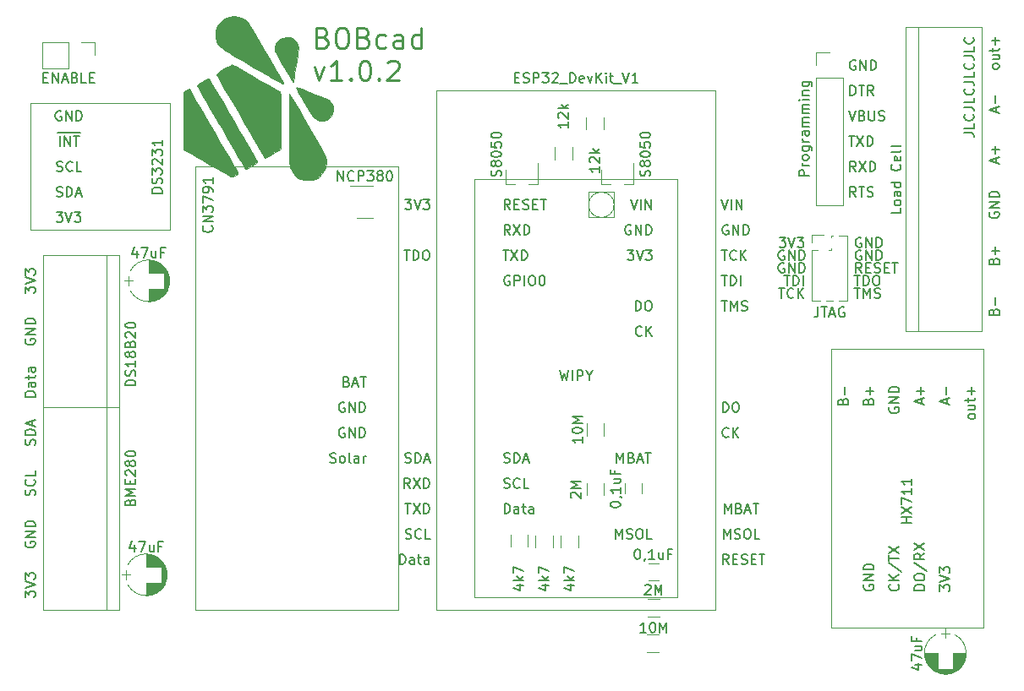
<source format=gbr>
G04 #@! TF.GenerationSoftware,KiCad,Pcbnew,(5.1.9)-1*
G04 #@! TF.CreationDate,2021-03-05T16:25:43+01:00*
G04 #@! TF.ProjectId,BOBcad,424f4263-6164-42e6-9b69-6361645f7063,v1.0.2*
G04 #@! TF.SameCoordinates,Original*
G04 #@! TF.FileFunction,Legend,Top*
G04 #@! TF.FilePolarity,Positive*
%FSLAX46Y46*%
G04 Gerber Fmt 4.6, Leading zero omitted, Abs format (unit mm)*
G04 Created by KiCad (PCBNEW (5.1.9)-1) date 2021-03-05 16:25:43*
%MOMM*%
%LPD*%
G01*
G04 APERTURE LIST*
%ADD10C,0.250000*%
%ADD11C,0.150000*%
%ADD12C,0.010000*%
%ADD13C,0.120000*%
G04 APERTURE END LIST*
D10*
X122971357Y-63764142D02*
X123257071Y-63859380D01*
X123352309Y-63954619D01*
X123447547Y-64145095D01*
X123447547Y-64430809D01*
X123352309Y-64621285D01*
X123257071Y-64716523D01*
X123066595Y-64811761D01*
X122304690Y-64811761D01*
X122304690Y-62811761D01*
X122971357Y-62811761D01*
X123161833Y-62907000D01*
X123257071Y-63002238D01*
X123352309Y-63192714D01*
X123352309Y-63383190D01*
X123257071Y-63573666D01*
X123161833Y-63668904D01*
X122971357Y-63764142D01*
X122304690Y-63764142D01*
X124685642Y-62811761D02*
X125066595Y-62811761D01*
X125257071Y-62907000D01*
X125447547Y-63097476D01*
X125542785Y-63478428D01*
X125542785Y-64145095D01*
X125447547Y-64526047D01*
X125257071Y-64716523D01*
X125066595Y-64811761D01*
X124685642Y-64811761D01*
X124495166Y-64716523D01*
X124304690Y-64526047D01*
X124209452Y-64145095D01*
X124209452Y-63478428D01*
X124304690Y-63097476D01*
X124495166Y-62907000D01*
X124685642Y-62811761D01*
X127066595Y-63764142D02*
X127352309Y-63859380D01*
X127447547Y-63954619D01*
X127542785Y-64145095D01*
X127542785Y-64430809D01*
X127447547Y-64621285D01*
X127352309Y-64716523D01*
X127161833Y-64811761D01*
X126399928Y-64811761D01*
X126399928Y-62811761D01*
X127066595Y-62811761D01*
X127257071Y-62907000D01*
X127352309Y-63002238D01*
X127447547Y-63192714D01*
X127447547Y-63383190D01*
X127352309Y-63573666D01*
X127257071Y-63668904D01*
X127066595Y-63764142D01*
X126399928Y-63764142D01*
X129257071Y-64716523D02*
X129066595Y-64811761D01*
X128685642Y-64811761D01*
X128495166Y-64716523D01*
X128399928Y-64621285D01*
X128304690Y-64430809D01*
X128304690Y-63859380D01*
X128399928Y-63668904D01*
X128495166Y-63573666D01*
X128685642Y-63478428D01*
X129066595Y-63478428D01*
X129257071Y-63573666D01*
X130971357Y-64811761D02*
X130971357Y-63764142D01*
X130876119Y-63573666D01*
X130685642Y-63478428D01*
X130304690Y-63478428D01*
X130114214Y-63573666D01*
X130971357Y-64716523D02*
X130780880Y-64811761D01*
X130304690Y-64811761D01*
X130114214Y-64716523D01*
X130018976Y-64526047D01*
X130018976Y-64335571D01*
X130114214Y-64145095D01*
X130304690Y-64049857D01*
X130780880Y-64049857D01*
X130971357Y-63954619D01*
X132780880Y-64811761D02*
X132780880Y-62811761D01*
X132780880Y-64716523D02*
X132590404Y-64811761D01*
X132209452Y-64811761D01*
X132018976Y-64716523D01*
X131923738Y-64621285D01*
X131828500Y-64430809D01*
X131828500Y-63859380D01*
X131923738Y-63668904D01*
X132018976Y-63573666D01*
X132209452Y-63478428D01*
X132590404Y-63478428D01*
X132780880Y-63573666D01*
X122114214Y-66728428D02*
X122590404Y-68061761D01*
X123066595Y-66728428D01*
X124876119Y-68061761D02*
X123733261Y-68061761D01*
X124304690Y-68061761D02*
X124304690Y-66061761D01*
X124114214Y-66347476D01*
X123923738Y-66537952D01*
X123733261Y-66633190D01*
X125733261Y-67871285D02*
X125828500Y-67966523D01*
X125733261Y-68061761D01*
X125638023Y-67966523D01*
X125733261Y-67871285D01*
X125733261Y-68061761D01*
X127066595Y-66061761D02*
X127257071Y-66061761D01*
X127447547Y-66157000D01*
X127542785Y-66252238D01*
X127638023Y-66442714D01*
X127733261Y-66823666D01*
X127733261Y-67299857D01*
X127638023Y-67680809D01*
X127542785Y-67871285D01*
X127447547Y-67966523D01*
X127257071Y-68061761D01*
X127066595Y-68061761D01*
X126876119Y-67966523D01*
X126780880Y-67871285D01*
X126685642Y-67680809D01*
X126590404Y-67299857D01*
X126590404Y-66823666D01*
X126685642Y-66442714D01*
X126780880Y-66252238D01*
X126876119Y-66157000D01*
X127066595Y-66061761D01*
X128590404Y-67871285D02*
X128685642Y-67966523D01*
X128590404Y-68061761D01*
X128495166Y-67966523D01*
X128590404Y-67871285D01*
X128590404Y-68061761D01*
X129447547Y-66252238D02*
X129542785Y-66157000D01*
X129733261Y-66061761D01*
X130209452Y-66061761D01*
X130399928Y-66157000D01*
X130495166Y-66252238D01*
X130590404Y-66442714D01*
X130590404Y-66633190D01*
X130495166Y-66918904D01*
X129352309Y-68061761D01*
X130590404Y-68061761D01*
D11*
X187158380Y-73326047D02*
X187872666Y-73326047D01*
X188015523Y-73373666D01*
X188110761Y-73468904D01*
X188158380Y-73611761D01*
X188158380Y-73707000D01*
X188158380Y-72373666D02*
X188158380Y-72849857D01*
X187158380Y-72849857D01*
X188063142Y-71468904D02*
X188110761Y-71516523D01*
X188158380Y-71659380D01*
X188158380Y-71754619D01*
X188110761Y-71897476D01*
X188015523Y-71992714D01*
X187920285Y-72040333D01*
X187729809Y-72087952D01*
X187586952Y-72087952D01*
X187396476Y-72040333D01*
X187301238Y-71992714D01*
X187206000Y-71897476D01*
X187158380Y-71754619D01*
X187158380Y-71659380D01*
X187206000Y-71516523D01*
X187253619Y-71468904D01*
X187158380Y-70754619D02*
X187872666Y-70754619D01*
X188015523Y-70802238D01*
X188110761Y-70897476D01*
X188158380Y-71040333D01*
X188158380Y-71135571D01*
X188158380Y-69802238D02*
X188158380Y-70278428D01*
X187158380Y-70278428D01*
X188063142Y-68897476D02*
X188110761Y-68945095D01*
X188158380Y-69087952D01*
X188158380Y-69183190D01*
X188110761Y-69326047D01*
X188015523Y-69421285D01*
X187920285Y-69468904D01*
X187729809Y-69516523D01*
X187586952Y-69516523D01*
X187396476Y-69468904D01*
X187301238Y-69421285D01*
X187206000Y-69326047D01*
X187158380Y-69183190D01*
X187158380Y-69087952D01*
X187206000Y-68945095D01*
X187253619Y-68897476D01*
X187158380Y-68183190D02*
X187872666Y-68183190D01*
X188015523Y-68230809D01*
X188110761Y-68326047D01*
X188158380Y-68468904D01*
X188158380Y-68564142D01*
X188158380Y-67230809D02*
X188158380Y-67707000D01*
X187158380Y-67707000D01*
X188063142Y-66326047D02*
X188110761Y-66373666D01*
X188158380Y-66516523D01*
X188158380Y-66611761D01*
X188110761Y-66754619D01*
X188015523Y-66849857D01*
X187920285Y-66897476D01*
X187729809Y-66945095D01*
X187586952Y-66945095D01*
X187396476Y-66897476D01*
X187301238Y-66849857D01*
X187206000Y-66754619D01*
X187158380Y-66611761D01*
X187158380Y-66516523D01*
X187206000Y-66373666D01*
X187253619Y-66326047D01*
X187158380Y-65611761D02*
X187872666Y-65611761D01*
X188015523Y-65659380D01*
X188110761Y-65754619D01*
X188158380Y-65897476D01*
X188158380Y-65992714D01*
X188158380Y-64659380D02*
X188158380Y-65135571D01*
X187158380Y-65135571D01*
X188063142Y-63754619D02*
X188110761Y-63802238D01*
X188158380Y-63945095D01*
X188158380Y-64040333D01*
X188110761Y-64183190D01*
X188015523Y-64278428D01*
X187920285Y-64326047D01*
X187729809Y-64373666D01*
X187586952Y-64373666D01*
X187396476Y-64326047D01*
X187301238Y-64278428D01*
X187206000Y-64183190D01*
X187158380Y-64040333D01*
X187158380Y-63945095D01*
X187206000Y-63802238D01*
X187253619Y-63754619D01*
X172539333Y-90779380D02*
X172539333Y-91493666D01*
X172491714Y-91636523D01*
X172396476Y-91731761D01*
X172253619Y-91779380D01*
X172158380Y-91779380D01*
X172872666Y-90779380D02*
X173444095Y-90779380D01*
X173158380Y-91779380D02*
X173158380Y-90779380D01*
X173729809Y-91493666D02*
X174206000Y-91493666D01*
X173634571Y-91779380D02*
X173967904Y-90779380D01*
X174301238Y-91779380D01*
X175158380Y-90827000D02*
X175063142Y-90779380D01*
X174920285Y-90779380D01*
X174777428Y-90827000D01*
X174682190Y-90922238D01*
X174634571Y-91017476D01*
X174586952Y-91207952D01*
X174586952Y-91350809D01*
X174634571Y-91541285D01*
X174682190Y-91636523D01*
X174777428Y-91731761D01*
X174920285Y-91779380D01*
X175015523Y-91779380D01*
X175158380Y-91731761D01*
X175206000Y-91684142D01*
X175206000Y-91350809D01*
X175015523Y-91350809D01*
X169134095Y-85112000D02*
X169038857Y-85064380D01*
X168896000Y-85064380D01*
X168753142Y-85112000D01*
X168657904Y-85207238D01*
X168610285Y-85302476D01*
X168562666Y-85492952D01*
X168562666Y-85635809D01*
X168610285Y-85826285D01*
X168657904Y-85921523D01*
X168753142Y-86016761D01*
X168896000Y-86064380D01*
X168991238Y-86064380D01*
X169134095Y-86016761D01*
X169181714Y-85969142D01*
X169181714Y-85635809D01*
X168991238Y-85635809D01*
X169610285Y-86064380D02*
X169610285Y-85064380D01*
X170181714Y-86064380D01*
X170181714Y-85064380D01*
X170657904Y-86064380D02*
X170657904Y-85064380D01*
X170896000Y-85064380D01*
X171038857Y-85112000D01*
X171134095Y-85207238D01*
X171181714Y-85302476D01*
X171229333Y-85492952D01*
X171229333Y-85635809D01*
X171181714Y-85826285D01*
X171134095Y-85921523D01*
X171038857Y-86016761D01*
X170896000Y-86064380D01*
X170657904Y-86064380D01*
X169134095Y-86382000D02*
X169038857Y-86334380D01*
X168896000Y-86334380D01*
X168753142Y-86382000D01*
X168657904Y-86477238D01*
X168610285Y-86572476D01*
X168562666Y-86762952D01*
X168562666Y-86905809D01*
X168610285Y-87096285D01*
X168657904Y-87191523D01*
X168753142Y-87286761D01*
X168896000Y-87334380D01*
X168991238Y-87334380D01*
X169134095Y-87286761D01*
X169181714Y-87239142D01*
X169181714Y-86905809D01*
X168991238Y-86905809D01*
X169610285Y-87334380D02*
X169610285Y-86334380D01*
X170181714Y-87334380D01*
X170181714Y-86334380D01*
X170657904Y-87334380D02*
X170657904Y-86334380D01*
X170896000Y-86334380D01*
X171038857Y-86382000D01*
X171134095Y-86477238D01*
X171181714Y-86572476D01*
X171229333Y-86762952D01*
X171229333Y-86905809D01*
X171181714Y-87096285D01*
X171134095Y-87191523D01*
X171038857Y-87286761D01*
X170896000Y-87334380D01*
X170657904Y-87334380D01*
X176849333Y-83842000D02*
X176754095Y-83794380D01*
X176611238Y-83794380D01*
X176468380Y-83842000D01*
X176373142Y-83937238D01*
X176325523Y-84032476D01*
X176277904Y-84222952D01*
X176277904Y-84365809D01*
X176325523Y-84556285D01*
X176373142Y-84651523D01*
X176468380Y-84746761D01*
X176611238Y-84794380D01*
X176706476Y-84794380D01*
X176849333Y-84746761D01*
X176896952Y-84699142D01*
X176896952Y-84365809D01*
X176706476Y-84365809D01*
X177325523Y-84794380D02*
X177325523Y-83794380D01*
X177896952Y-84794380D01*
X177896952Y-83794380D01*
X178373142Y-84794380D02*
X178373142Y-83794380D01*
X178611238Y-83794380D01*
X178754095Y-83842000D01*
X178849333Y-83937238D01*
X178896952Y-84032476D01*
X178944571Y-84222952D01*
X178944571Y-84365809D01*
X178896952Y-84556285D01*
X178849333Y-84651523D01*
X178754095Y-84746761D01*
X178611238Y-84794380D01*
X178373142Y-84794380D01*
X176849333Y-85112000D02*
X176754095Y-85064380D01*
X176611238Y-85064380D01*
X176468380Y-85112000D01*
X176373142Y-85207238D01*
X176325523Y-85302476D01*
X176277904Y-85492952D01*
X176277904Y-85635809D01*
X176325523Y-85826285D01*
X176373142Y-85921523D01*
X176468380Y-86016761D01*
X176611238Y-86064380D01*
X176706476Y-86064380D01*
X176849333Y-86016761D01*
X176896952Y-85969142D01*
X176896952Y-85635809D01*
X176706476Y-85635809D01*
X177325523Y-86064380D02*
X177325523Y-85064380D01*
X177896952Y-86064380D01*
X177896952Y-85064380D01*
X178373142Y-86064380D02*
X178373142Y-85064380D01*
X178611238Y-85064380D01*
X178754095Y-85112000D01*
X178849333Y-85207238D01*
X178896952Y-85302476D01*
X178944571Y-85492952D01*
X178944571Y-85635809D01*
X178896952Y-85826285D01*
X178849333Y-85921523D01*
X178754095Y-86016761D01*
X178611238Y-86064380D01*
X178373142Y-86064380D01*
X168657904Y-83794380D02*
X169276952Y-83794380D01*
X168943619Y-84175333D01*
X169086476Y-84175333D01*
X169181714Y-84222952D01*
X169229333Y-84270571D01*
X169276952Y-84365809D01*
X169276952Y-84603904D01*
X169229333Y-84699142D01*
X169181714Y-84746761D01*
X169086476Y-84794380D01*
X168800761Y-84794380D01*
X168705523Y-84746761D01*
X168657904Y-84699142D01*
X169562666Y-83794380D02*
X169896000Y-84794380D01*
X170229333Y-83794380D01*
X170467428Y-83794380D02*
X171086476Y-83794380D01*
X170753142Y-84175333D01*
X170896000Y-84175333D01*
X170991238Y-84222952D01*
X171038857Y-84270571D01*
X171086476Y-84365809D01*
X171086476Y-84603904D01*
X171038857Y-84699142D01*
X170991238Y-84746761D01*
X170896000Y-84794380D01*
X170610285Y-84794380D01*
X170515047Y-84746761D01*
X170467428Y-84699142D01*
X169134095Y-87604380D02*
X169705524Y-87604380D01*
X169419809Y-88604380D02*
X169419809Y-87604380D01*
X170038857Y-88604380D02*
X170038857Y-87604380D01*
X170276952Y-87604380D01*
X170419809Y-87652000D01*
X170515047Y-87747238D01*
X170562666Y-87842476D01*
X170610285Y-88032952D01*
X170610285Y-88175809D01*
X170562666Y-88366285D01*
X170515047Y-88461523D01*
X170419809Y-88556761D01*
X170276952Y-88604380D01*
X170038857Y-88604380D01*
X171038857Y-88604380D02*
X171038857Y-87604380D01*
X168610285Y-88874380D02*
X169181714Y-88874380D01*
X168896000Y-89874380D02*
X168896000Y-88874380D01*
X170086476Y-89779142D02*
X170038857Y-89826761D01*
X169896000Y-89874380D01*
X169800761Y-89874380D01*
X169657904Y-89826761D01*
X169562666Y-89731523D01*
X169515047Y-89636285D01*
X169467428Y-89445809D01*
X169467428Y-89302952D01*
X169515047Y-89112476D01*
X169562666Y-89017238D01*
X169657904Y-88922000D01*
X169800761Y-88874380D01*
X169896000Y-88874380D01*
X170038857Y-88922000D01*
X170086476Y-88969619D01*
X170515047Y-89874380D02*
X170515047Y-88874380D01*
X171086476Y-89874380D02*
X170657904Y-89302952D01*
X171086476Y-88874380D02*
X170515047Y-89445809D01*
X176182666Y-88874380D02*
X176754095Y-88874380D01*
X176468380Y-89874380D02*
X176468380Y-88874380D01*
X177087428Y-89874380D02*
X177087428Y-88874380D01*
X177420761Y-89588666D01*
X177754095Y-88874380D01*
X177754095Y-89874380D01*
X178182666Y-89826761D02*
X178325523Y-89874380D01*
X178563619Y-89874380D01*
X178658857Y-89826761D01*
X178706476Y-89779142D01*
X178754095Y-89683904D01*
X178754095Y-89588666D01*
X178706476Y-89493428D01*
X178658857Y-89445809D01*
X178563619Y-89398190D01*
X178373142Y-89350571D01*
X178277904Y-89302952D01*
X178230285Y-89255333D01*
X178182666Y-89160095D01*
X178182666Y-89064857D01*
X178230285Y-88969619D01*
X178277904Y-88922000D01*
X178373142Y-88874380D01*
X178611238Y-88874380D01*
X178754095Y-88922000D01*
X176182667Y-87604380D02*
X176754095Y-87604380D01*
X176468381Y-88604380D02*
X176468381Y-87604380D01*
X177087429Y-88604380D02*
X177087429Y-87604380D01*
X177325524Y-87604380D01*
X177468381Y-87652000D01*
X177563619Y-87747238D01*
X177611238Y-87842476D01*
X177658857Y-88032952D01*
X177658857Y-88175809D01*
X177611238Y-88366285D01*
X177563619Y-88461523D01*
X177468381Y-88556761D01*
X177325524Y-88604380D01*
X177087429Y-88604380D01*
X178277905Y-87604380D02*
X178468381Y-87604380D01*
X178563619Y-87652000D01*
X178658857Y-87747238D01*
X178706476Y-87937714D01*
X178706476Y-88271047D01*
X178658857Y-88461523D01*
X178563619Y-88556761D01*
X178468381Y-88604380D01*
X178277905Y-88604380D01*
X178182667Y-88556761D01*
X178087429Y-88461523D01*
X178039810Y-88271047D01*
X178039810Y-87937714D01*
X178087429Y-87747238D01*
X178182667Y-87652000D01*
X178277905Y-87604380D01*
X176896953Y-87334380D02*
X176563619Y-86858190D01*
X176325524Y-87334380D02*
X176325524Y-86334380D01*
X176706476Y-86334380D01*
X176801714Y-86382000D01*
X176849334Y-86429619D01*
X176896953Y-86524857D01*
X176896953Y-86667714D01*
X176849334Y-86762952D01*
X176801714Y-86810571D01*
X176706476Y-86858190D01*
X176325524Y-86858190D01*
X177325524Y-86810571D02*
X177658857Y-86810571D01*
X177801714Y-87334380D02*
X177325524Y-87334380D01*
X177325524Y-86334380D01*
X177801714Y-86334380D01*
X178182667Y-87286761D02*
X178325524Y-87334380D01*
X178563619Y-87334380D01*
X178658857Y-87286761D01*
X178706476Y-87239142D01*
X178754095Y-87143904D01*
X178754095Y-87048666D01*
X178706476Y-86953428D01*
X178658857Y-86905809D01*
X178563619Y-86858190D01*
X178373143Y-86810571D01*
X178277905Y-86762952D01*
X178230286Y-86715333D01*
X178182667Y-86620095D01*
X178182667Y-86524857D01*
X178230286Y-86429619D01*
X178277905Y-86382000D01*
X178373143Y-86334380D01*
X178611238Y-86334380D01*
X178754095Y-86382000D01*
X179182667Y-86810571D02*
X179516000Y-86810571D01*
X179658857Y-87334380D02*
X179182667Y-87334380D01*
X179182667Y-86334380D01*
X179658857Y-86334380D01*
X179944572Y-86334380D02*
X180516000Y-86334380D01*
X180230286Y-87334380D02*
X180230286Y-86334380D01*
X190668380Y-66720571D02*
X190620761Y-66815809D01*
X190573142Y-66863428D01*
X190477904Y-66911047D01*
X190192190Y-66911047D01*
X190096952Y-66863428D01*
X190049333Y-66815809D01*
X190001714Y-66720571D01*
X190001714Y-66577714D01*
X190049333Y-66482476D01*
X190096952Y-66434857D01*
X190192190Y-66387238D01*
X190477904Y-66387238D01*
X190573142Y-66434857D01*
X190620761Y-66482476D01*
X190668380Y-66577714D01*
X190668380Y-66720571D01*
X190001714Y-65530095D02*
X190668380Y-65530095D01*
X190001714Y-65958666D02*
X190525523Y-65958666D01*
X190620761Y-65911047D01*
X190668380Y-65815809D01*
X190668380Y-65672952D01*
X190620761Y-65577714D01*
X190573142Y-65530095D01*
X190001714Y-65196761D02*
X190001714Y-64815809D01*
X189668380Y-65053904D02*
X190525523Y-65053904D01*
X190620761Y-65006285D01*
X190668380Y-64911047D01*
X190668380Y-64815809D01*
X190287428Y-64482476D02*
X190287428Y-63720571D01*
X190668380Y-64101523D02*
X189906476Y-64101523D01*
X190382666Y-71229142D02*
X190382666Y-70752952D01*
X190668380Y-71324380D02*
X189668380Y-70991047D01*
X190668380Y-70657714D01*
X190287428Y-70324380D02*
X190287428Y-69562476D01*
X190382666Y-76309142D02*
X190382666Y-75832952D01*
X190668380Y-76404380D02*
X189668380Y-76071047D01*
X190668380Y-75737714D01*
X190287428Y-75404380D02*
X190287428Y-74642476D01*
X190668380Y-75023428D02*
X189906476Y-75023428D01*
X189716000Y-81293904D02*
X189668380Y-81389142D01*
X189668380Y-81532000D01*
X189716000Y-81674857D01*
X189811238Y-81770095D01*
X189906476Y-81817714D01*
X190096952Y-81865333D01*
X190239809Y-81865333D01*
X190430285Y-81817714D01*
X190525523Y-81770095D01*
X190620761Y-81674857D01*
X190668380Y-81532000D01*
X190668380Y-81436761D01*
X190620761Y-81293904D01*
X190573142Y-81246285D01*
X190239809Y-81246285D01*
X190239809Y-81436761D01*
X190668380Y-80817714D02*
X189668380Y-80817714D01*
X190668380Y-80246285D01*
X189668380Y-80246285D01*
X190668380Y-79770095D02*
X189668380Y-79770095D01*
X189668380Y-79532000D01*
X189716000Y-79389142D01*
X189811238Y-79293904D01*
X189906476Y-79246285D01*
X190096952Y-79198666D01*
X190239809Y-79198666D01*
X190430285Y-79246285D01*
X190525523Y-79293904D01*
X190620761Y-79389142D01*
X190668380Y-79532000D01*
X190668380Y-79770095D01*
X190144571Y-86159619D02*
X190192190Y-86016761D01*
X190239809Y-85969142D01*
X190335047Y-85921523D01*
X190477904Y-85921523D01*
X190573142Y-85969142D01*
X190620761Y-86016761D01*
X190668380Y-86112000D01*
X190668380Y-86492952D01*
X189668380Y-86492952D01*
X189668380Y-86159619D01*
X189716000Y-86064380D01*
X189763619Y-86016761D01*
X189858857Y-85969142D01*
X189954095Y-85969142D01*
X190049333Y-86016761D01*
X190096952Y-86064380D01*
X190144571Y-86159619D01*
X190144571Y-86492952D01*
X190287428Y-85492952D02*
X190287428Y-84731047D01*
X190668380Y-85112000D02*
X189906476Y-85112000D01*
X190144571Y-91239619D02*
X190192190Y-91096761D01*
X190239809Y-91049142D01*
X190335047Y-91001523D01*
X190477904Y-91001523D01*
X190573142Y-91049142D01*
X190620761Y-91096761D01*
X190668380Y-91192000D01*
X190668380Y-91572952D01*
X189668380Y-91572952D01*
X189668380Y-91239619D01*
X189716000Y-91144380D01*
X189763619Y-91096761D01*
X189858857Y-91049142D01*
X189954095Y-91049142D01*
X190049333Y-91096761D01*
X190096952Y-91144380D01*
X190144571Y-91239619D01*
X190144571Y-91572952D01*
X190287428Y-90572952D02*
X190287428Y-89811047D01*
X93148380Y-119870095D02*
X93148380Y-119251047D01*
X93529333Y-119584380D01*
X93529333Y-119441523D01*
X93576952Y-119346285D01*
X93624571Y-119298666D01*
X93719809Y-119251047D01*
X93957904Y-119251047D01*
X94053142Y-119298666D01*
X94100761Y-119346285D01*
X94148380Y-119441523D01*
X94148380Y-119727238D01*
X94100761Y-119822476D01*
X94053142Y-119870095D01*
X93148380Y-118965333D02*
X94148380Y-118632000D01*
X93148380Y-118298666D01*
X93148380Y-118060571D02*
X93148380Y-117441523D01*
X93529333Y-117774857D01*
X93529333Y-117632000D01*
X93576952Y-117536761D01*
X93624571Y-117489142D01*
X93719809Y-117441523D01*
X93957904Y-117441523D01*
X94053142Y-117489142D01*
X94100761Y-117536761D01*
X94148380Y-117632000D01*
X94148380Y-117917714D01*
X94100761Y-118012952D01*
X94053142Y-118060571D01*
X93196000Y-114313904D02*
X93148380Y-114409142D01*
X93148380Y-114552000D01*
X93196000Y-114694857D01*
X93291238Y-114790095D01*
X93386476Y-114837714D01*
X93576952Y-114885333D01*
X93719809Y-114885333D01*
X93910285Y-114837714D01*
X94005523Y-114790095D01*
X94100761Y-114694857D01*
X94148380Y-114552000D01*
X94148380Y-114456761D01*
X94100761Y-114313904D01*
X94053142Y-114266285D01*
X93719809Y-114266285D01*
X93719809Y-114456761D01*
X94148380Y-113837714D02*
X93148380Y-113837714D01*
X94148380Y-113266285D01*
X93148380Y-113266285D01*
X94148380Y-112790095D02*
X93148380Y-112790095D01*
X93148380Y-112552000D01*
X93196000Y-112409142D01*
X93291238Y-112313904D01*
X93386476Y-112266285D01*
X93576952Y-112218666D01*
X93719809Y-112218666D01*
X93910285Y-112266285D01*
X94005523Y-112313904D01*
X94100761Y-112409142D01*
X94148380Y-112552000D01*
X94148380Y-112790095D01*
X94100761Y-109662476D02*
X94148380Y-109519619D01*
X94148380Y-109281523D01*
X94100761Y-109186285D01*
X94053142Y-109138666D01*
X93957904Y-109091047D01*
X93862666Y-109091047D01*
X93767428Y-109138666D01*
X93719809Y-109186285D01*
X93672190Y-109281523D01*
X93624571Y-109472000D01*
X93576952Y-109567238D01*
X93529333Y-109614857D01*
X93434095Y-109662476D01*
X93338857Y-109662476D01*
X93243619Y-109614857D01*
X93196000Y-109567238D01*
X93148380Y-109472000D01*
X93148380Y-109233904D01*
X93196000Y-109091047D01*
X94053142Y-108091047D02*
X94100761Y-108138666D01*
X94148380Y-108281523D01*
X94148380Y-108376761D01*
X94100761Y-108519619D01*
X94005523Y-108614857D01*
X93910285Y-108662476D01*
X93719809Y-108710095D01*
X93576952Y-108710095D01*
X93386476Y-108662476D01*
X93291238Y-108614857D01*
X93196000Y-108519619D01*
X93148380Y-108376761D01*
X93148380Y-108281523D01*
X93196000Y-108138666D01*
X93243619Y-108091047D01*
X94148380Y-107186285D02*
X94148380Y-107662476D01*
X93148380Y-107662476D01*
X94100761Y-104606285D02*
X94148380Y-104463428D01*
X94148380Y-104225333D01*
X94100761Y-104130095D01*
X94053142Y-104082476D01*
X93957904Y-104034857D01*
X93862666Y-104034857D01*
X93767428Y-104082476D01*
X93719809Y-104130095D01*
X93672190Y-104225333D01*
X93624571Y-104415809D01*
X93576952Y-104511047D01*
X93529333Y-104558666D01*
X93434095Y-104606285D01*
X93338857Y-104606285D01*
X93243619Y-104558666D01*
X93196000Y-104511047D01*
X93148380Y-104415809D01*
X93148380Y-104177714D01*
X93196000Y-104034857D01*
X94148380Y-103606285D02*
X93148380Y-103606285D01*
X93148380Y-103368190D01*
X93196000Y-103225333D01*
X93291238Y-103130095D01*
X93386476Y-103082476D01*
X93576952Y-103034857D01*
X93719809Y-103034857D01*
X93910285Y-103082476D01*
X94005523Y-103130095D01*
X94100761Y-103225333D01*
X94148380Y-103368190D01*
X94148380Y-103606285D01*
X93862666Y-102653904D02*
X93862666Y-102177714D01*
X94148380Y-102749142D02*
X93148380Y-102415809D01*
X94148380Y-102082476D01*
X94148380Y-99764380D02*
X93148380Y-99764380D01*
X93148380Y-99526285D01*
X93196000Y-99383428D01*
X93291238Y-99288190D01*
X93386476Y-99240571D01*
X93576952Y-99192952D01*
X93719809Y-99192952D01*
X93910285Y-99240571D01*
X94005523Y-99288190D01*
X94100761Y-99383428D01*
X94148380Y-99526285D01*
X94148380Y-99764380D01*
X94148380Y-98335809D02*
X93624571Y-98335809D01*
X93529333Y-98383428D01*
X93481714Y-98478666D01*
X93481714Y-98669142D01*
X93529333Y-98764380D01*
X94100761Y-98335809D02*
X94148380Y-98431047D01*
X94148380Y-98669142D01*
X94100761Y-98764380D01*
X94005523Y-98812000D01*
X93910285Y-98812000D01*
X93815047Y-98764380D01*
X93767428Y-98669142D01*
X93767428Y-98431047D01*
X93719809Y-98335809D01*
X93481714Y-98002476D02*
X93481714Y-97621523D01*
X93148380Y-97859619D02*
X94005523Y-97859619D01*
X94100761Y-97812000D01*
X94148380Y-97716761D01*
X94148380Y-97621523D01*
X94148380Y-96859619D02*
X93624571Y-96859619D01*
X93529333Y-96907238D01*
X93481714Y-97002476D01*
X93481714Y-97192952D01*
X93529333Y-97288190D01*
X94100761Y-96859619D02*
X94148380Y-96954857D01*
X94148380Y-97192952D01*
X94100761Y-97288190D01*
X94005523Y-97335809D01*
X93910285Y-97335809D01*
X93815047Y-97288190D01*
X93767428Y-97192952D01*
X93767428Y-96954857D01*
X93719809Y-96859619D01*
X93196000Y-93993904D02*
X93148380Y-94089142D01*
X93148380Y-94232000D01*
X93196000Y-94374857D01*
X93291238Y-94470095D01*
X93386476Y-94517714D01*
X93576952Y-94565333D01*
X93719809Y-94565333D01*
X93910285Y-94517714D01*
X94005523Y-94470095D01*
X94100761Y-94374857D01*
X94148380Y-94232000D01*
X94148380Y-94136761D01*
X94100761Y-93993904D01*
X94053142Y-93946285D01*
X93719809Y-93946285D01*
X93719809Y-94136761D01*
X94148380Y-93517714D02*
X93148380Y-93517714D01*
X94148380Y-92946285D01*
X93148380Y-92946285D01*
X94148380Y-92470095D02*
X93148380Y-92470095D01*
X93148380Y-92232000D01*
X93196000Y-92089142D01*
X93291238Y-91993904D01*
X93386476Y-91946285D01*
X93576952Y-91898666D01*
X93719809Y-91898666D01*
X93910285Y-91946285D01*
X94005523Y-91993904D01*
X94100761Y-92089142D01*
X94148380Y-92232000D01*
X94148380Y-92470095D01*
X93148380Y-89390095D02*
X93148380Y-88771047D01*
X93529333Y-89104380D01*
X93529333Y-88961523D01*
X93576952Y-88866285D01*
X93624571Y-88818666D01*
X93719809Y-88771047D01*
X93957904Y-88771047D01*
X94053142Y-88818666D01*
X94100761Y-88866285D01*
X94148380Y-88961523D01*
X94148380Y-89247238D01*
X94100761Y-89342476D01*
X94053142Y-89390095D01*
X93148380Y-88485333D02*
X94148380Y-88152000D01*
X93148380Y-87818666D01*
X93148380Y-87580571D02*
X93148380Y-86961523D01*
X93529333Y-87294857D01*
X93529333Y-87152000D01*
X93576952Y-87056761D01*
X93624571Y-87009142D01*
X93719809Y-86961523D01*
X93957904Y-86961523D01*
X94053142Y-87009142D01*
X94100761Y-87056761D01*
X94148380Y-87152000D01*
X94148380Y-87437714D01*
X94100761Y-87532952D01*
X94053142Y-87580571D01*
X176333380Y-79714380D02*
X176000047Y-79238190D01*
X175761952Y-79714380D02*
X175761952Y-78714380D01*
X176142904Y-78714380D01*
X176238142Y-78762000D01*
X176285761Y-78809619D01*
X176333380Y-78904857D01*
X176333380Y-79047714D01*
X176285761Y-79142952D01*
X176238142Y-79190571D01*
X176142904Y-79238190D01*
X175761952Y-79238190D01*
X176619095Y-78714380D02*
X177190523Y-78714380D01*
X176904809Y-79714380D02*
X176904809Y-78714380D01*
X177476238Y-79666761D02*
X177619095Y-79714380D01*
X177857190Y-79714380D01*
X177952428Y-79666761D01*
X178000047Y-79619142D01*
X178047666Y-79523904D01*
X178047666Y-79428666D01*
X178000047Y-79333428D01*
X177952428Y-79285809D01*
X177857190Y-79238190D01*
X177666714Y-79190571D01*
X177571476Y-79142952D01*
X177523857Y-79095333D01*
X177476238Y-79000095D01*
X177476238Y-78904857D01*
X177523857Y-78809619D01*
X177571476Y-78762000D01*
X177666714Y-78714380D01*
X177904809Y-78714380D01*
X178047666Y-78762000D01*
X176333380Y-77174380D02*
X176000047Y-76698190D01*
X175761951Y-77174380D02*
X175761951Y-76174380D01*
X176142904Y-76174380D01*
X176238142Y-76222000D01*
X176285761Y-76269619D01*
X176333380Y-76364857D01*
X176333380Y-76507714D01*
X176285761Y-76602952D01*
X176238142Y-76650571D01*
X176142904Y-76698190D01*
X175761951Y-76698190D01*
X176666713Y-76174380D02*
X177333380Y-77174380D01*
X177333380Y-76174380D02*
X176666713Y-77174380D01*
X177714332Y-77174380D02*
X177714332Y-76174380D01*
X177952427Y-76174380D01*
X178095285Y-76222000D01*
X178190523Y-76317238D01*
X178238142Y-76412476D01*
X178285761Y-76602952D01*
X178285761Y-76745809D01*
X178238142Y-76936285D01*
X178190523Y-77031523D01*
X178095285Y-77126761D01*
X177952427Y-77174380D01*
X177714332Y-77174380D01*
X175619095Y-73634380D02*
X176190523Y-73634380D01*
X175904809Y-74634380D02*
X175904809Y-73634380D01*
X176428619Y-73634380D02*
X177095285Y-74634380D01*
X177095285Y-73634380D02*
X176428619Y-74634380D01*
X177476238Y-74634380D02*
X177476238Y-73634380D01*
X177714333Y-73634380D01*
X177857190Y-73682000D01*
X177952428Y-73777238D01*
X178000047Y-73872476D01*
X178047666Y-74062952D01*
X178047666Y-74205809D01*
X178000047Y-74396285D01*
X177952428Y-74491523D01*
X177857190Y-74586761D01*
X177714333Y-74634380D01*
X177476238Y-74634380D01*
X175619094Y-71094380D02*
X175952428Y-72094380D01*
X176285761Y-71094380D01*
X176952428Y-71570571D02*
X177095285Y-71618190D01*
X177142904Y-71665809D01*
X177190523Y-71761047D01*
X177190523Y-71903904D01*
X177142904Y-71999142D01*
X177095285Y-72046761D01*
X177000047Y-72094380D01*
X176619094Y-72094380D01*
X176619094Y-71094380D01*
X176952428Y-71094380D01*
X177047666Y-71142000D01*
X177095285Y-71189619D01*
X177142904Y-71284857D01*
X177142904Y-71380095D01*
X177095285Y-71475333D01*
X177047666Y-71522952D01*
X176952428Y-71570571D01*
X176619094Y-71570571D01*
X177619094Y-71094380D02*
X177619094Y-71903904D01*
X177666713Y-71999142D01*
X177714332Y-72046761D01*
X177809570Y-72094380D01*
X178000047Y-72094380D01*
X178095285Y-72046761D01*
X178142904Y-71999142D01*
X178190523Y-71903904D01*
X178190523Y-71094380D01*
X178619094Y-72046761D02*
X178761951Y-72094380D01*
X179000047Y-72094380D01*
X179095285Y-72046761D01*
X179142904Y-71999142D01*
X179190523Y-71903904D01*
X179190523Y-71808666D01*
X179142904Y-71713428D01*
X179095285Y-71665809D01*
X179000047Y-71618190D01*
X178809570Y-71570571D01*
X178714332Y-71522952D01*
X178666713Y-71475333D01*
X178619094Y-71380095D01*
X178619094Y-71284857D01*
X178666713Y-71189619D01*
X178714332Y-71142000D01*
X178809570Y-71094380D01*
X179047666Y-71094380D01*
X179190523Y-71142000D01*
X175761951Y-69554380D02*
X175761951Y-68554380D01*
X176000047Y-68554380D01*
X176142904Y-68602000D01*
X176238142Y-68697238D01*
X176285761Y-68792476D01*
X176333380Y-68982952D01*
X176333380Y-69125809D01*
X176285761Y-69316285D01*
X176238142Y-69411523D01*
X176142904Y-69506761D01*
X176000047Y-69554380D01*
X175761951Y-69554380D01*
X176619094Y-68554380D02*
X177190523Y-68554380D01*
X176904809Y-69554380D02*
X176904809Y-68554380D01*
X178095285Y-69554380D02*
X177761951Y-69078190D01*
X177523856Y-69554380D02*
X177523856Y-68554380D01*
X177904809Y-68554380D01*
X178000047Y-68602000D01*
X178047666Y-68649619D01*
X178095285Y-68744857D01*
X178095285Y-68887714D01*
X178047666Y-68982952D01*
X178000047Y-69030571D01*
X177904809Y-69078190D01*
X177523856Y-69078190D01*
X176285761Y-66062000D02*
X176190523Y-66014380D01*
X176047666Y-66014380D01*
X175904808Y-66062000D01*
X175809570Y-66157238D01*
X175761951Y-66252476D01*
X175714332Y-66442952D01*
X175714332Y-66585809D01*
X175761951Y-66776285D01*
X175809570Y-66871523D01*
X175904808Y-66966761D01*
X176047666Y-67014380D01*
X176142904Y-67014380D01*
X176285761Y-66966761D01*
X176333380Y-66919142D01*
X176333380Y-66585809D01*
X176142904Y-66585809D01*
X176761951Y-67014380D02*
X176761951Y-66014380D01*
X177333380Y-67014380D01*
X177333380Y-66014380D01*
X177809570Y-67014380D02*
X177809570Y-66014380D01*
X178047666Y-66014380D01*
X178190523Y-66062000D01*
X178285761Y-66157238D01*
X178333380Y-66252476D01*
X178380999Y-66442952D01*
X178380999Y-66585809D01*
X178333380Y-66776285D01*
X178285761Y-66871523D01*
X178190523Y-66966761D01*
X178047666Y-67014380D01*
X177809570Y-67014380D01*
X94982190Y-67760571D02*
X95315523Y-67760571D01*
X95458380Y-68284380D02*
X94982190Y-68284380D01*
X94982190Y-67284380D01*
X95458380Y-67284380D01*
X95886952Y-68284380D02*
X95886952Y-67284380D01*
X96458380Y-68284380D01*
X96458380Y-67284380D01*
X96886952Y-67998666D02*
X97363142Y-67998666D01*
X96791714Y-68284380D02*
X97125047Y-67284380D01*
X97458380Y-68284380D01*
X98125047Y-67760571D02*
X98267904Y-67808190D01*
X98315523Y-67855809D01*
X98363142Y-67951047D01*
X98363142Y-68093904D01*
X98315523Y-68189142D01*
X98267904Y-68236761D01*
X98172666Y-68284380D01*
X97791714Y-68284380D01*
X97791714Y-67284380D01*
X98125047Y-67284380D01*
X98220285Y-67332000D01*
X98267904Y-67379619D01*
X98315523Y-67474857D01*
X98315523Y-67570095D01*
X98267904Y-67665333D01*
X98220285Y-67712952D01*
X98125047Y-67760571D01*
X97791714Y-67760571D01*
X99267904Y-68284380D02*
X98791714Y-68284380D01*
X98791714Y-67284380D01*
X99601238Y-67760571D02*
X99934571Y-67760571D01*
X100077428Y-68284380D02*
X99601238Y-68284380D01*
X99601238Y-67284380D01*
X100077428Y-67284380D01*
D12*
G36*
X119681997Y-63759407D02*
G01*
X120024684Y-63915928D01*
X120298114Y-64164732D01*
X120469044Y-64492192D01*
X120510000Y-64774728D01*
X120497381Y-64930570D01*
X120462757Y-65210210D01*
X120410982Y-65582819D01*
X120346906Y-66017568D01*
X120275383Y-66483629D01*
X120201264Y-66950174D01*
X120129402Y-67386375D01*
X120064649Y-67761402D01*
X120011857Y-68044427D01*
X119975877Y-68204623D01*
X119966407Y-68228482D01*
X119913530Y-68173681D01*
X119795244Y-68000262D01*
X119630120Y-67736649D01*
X119472102Y-67471941D01*
X119084579Y-66808390D01*
X118775799Y-66272649D01*
X118538244Y-65846816D01*
X118364395Y-65512987D01*
X118246733Y-65253258D01*
X118177739Y-65049727D01*
X118149893Y-64884490D01*
X118155677Y-64739643D01*
X118187571Y-64597285D01*
X118220584Y-64492017D01*
X118357500Y-64227600D01*
X118555518Y-63993068D01*
X118570811Y-63979807D01*
X118921818Y-63777719D01*
X119303294Y-63708795D01*
X119681997Y-63759407D01*
G37*
X119681997Y-63759407D02*
X120024684Y-63915928D01*
X120298114Y-64164732D01*
X120469044Y-64492192D01*
X120510000Y-64774728D01*
X120497381Y-64930570D01*
X120462757Y-65210210D01*
X120410982Y-65582819D01*
X120346906Y-66017568D01*
X120275383Y-66483629D01*
X120201264Y-66950174D01*
X120129402Y-67386375D01*
X120064649Y-67761402D01*
X120011857Y-68044427D01*
X119975877Y-68204623D01*
X119966407Y-68228482D01*
X119913530Y-68173681D01*
X119795244Y-68000262D01*
X119630120Y-67736649D01*
X119472102Y-67471941D01*
X119084579Y-66808390D01*
X118775799Y-66272649D01*
X118538244Y-65846816D01*
X118364395Y-65512987D01*
X118246733Y-65253258D01*
X118177739Y-65049727D01*
X118149893Y-64884490D01*
X118155677Y-64739643D01*
X118187571Y-64597285D01*
X118220584Y-64492017D01*
X118357500Y-64227600D01*
X118555518Y-63993068D01*
X118570811Y-63979807D01*
X118921818Y-63777719D01*
X119303294Y-63708795D01*
X119681997Y-63759407D01*
G36*
X114538510Y-61697568D02*
G01*
X114998428Y-61866985D01*
X115368082Y-62132868D01*
X115399822Y-62166261D01*
X115482479Y-62283377D01*
X115638437Y-62529903D01*
X115857111Y-62888155D01*
X116127917Y-63340448D01*
X116440269Y-63869097D01*
X116783585Y-64456418D01*
X117147279Y-65084724D01*
X117165675Y-65116667D01*
X117530484Y-65749853D01*
X117874642Y-66346432D01*
X118187581Y-66888146D01*
X118458737Y-67356734D01*
X118677544Y-67733940D01*
X118833435Y-68001505D01*
X118915845Y-68141170D01*
X118917258Y-68143500D01*
X119014012Y-68330346D01*
X119005600Y-68408660D01*
X118971739Y-68414183D01*
X118864726Y-68371577D01*
X118638462Y-68256271D01*
X118319063Y-68082417D01*
X117932641Y-67864164D01*
X117589000Y-67664879D01*
X117106240Y-67382445D01*
X116525293Y-67043659D01*
X115894671Y-66676744D01*
X115262884Y-66309927D01*
X114678445Y-65971432D01*
X114668000Y-65965392D01*
X114037942Y-65597221D01*
X113539391Y-65294939D01*
X113154537Y-65044565D01*
X112865572Y-64832121D01*
X112654689Y-64643627D01*
X112504078Y-64465104D01*
X112395931Y-64282572D01*
X112330327Y-64130327D01*
X112214344Y-63611906D01*
X112243793Y-63089264D01*
X112406729Y-62597740D01*
X112691207Y-62172676D01*
X113085279Y-61849413D01*
X113105188Y-61837945D01*
X113543089Y-61676066D01*
X114037130Y-61631602D01*
X114538510Y-61697568D01*
G37*
X114538510Y-61697568D02*
X114998428Y-61866985D01*
X115368082Y-62132868D01*
X115399822Y-62166261D01*
X115482479Y-62283377D01*
X115638437Y-62529903D01*
X115857111Y-62888155D01*
X116127917Y-63340448D01*
X116440269Y-63869097D01*
X116783585Y-64456418D01*
X117147279Y-65084724D01*
X117165675Y-65116667D01*
X117530484Y-65749853D01*
X117874642Y-66346432D01*
X118187581Y-66888146D01*
X118458737Y-67356734D01*
X118677544Y-67733940D01*
X118833435Y-68001505D01*
X118915845Y-68141170D01*
X118917258Y-68143500D01*
X119014012Y-68330346D01*
X119005600Y-68408660D01*
X118971739Y-68414183D01*
X118864726Y-68371577D01*
X118638462Y-68256271D01*
X118319063Y-68082417D01*
X117932641Y-67864164D01*
X117589000Y-67664879D01*
X117106240Y-67382445D01*
X116525293Y-67043659D01*
X115894671Y-66676744D01*
X115262884Y-66309927D01*
X114678445Y-65971432D01*
X114668000Y-65965392D01*
X114037942Y-65597221D01*
X113539391Y-65294939D01*
X113154537Y-65044565D01*
X112865572Y-64832121D01*
X112654689Y-64643627D01*
X112504078Y-64465104D01*
X112395931Y-64282572D01*
X112330327Y-64130327D01*
X112214344Y-63611906D01*
X112243793Y-63089264D01*
X112406729Y-62597740D01*
X112691207Y-62172676D01*
X113085279Y-61849413D01*
X113105188Y-61837945D01*
X113543089Y-61676066D01*
X114037130Y-61631602D01*
X114538510Y-61697568D01*
G36*
X120425879Y-68786726D02*
G01*
X120587509Y-68835553D01*
X120833980Y-68920608D01*
X121181023Y-69047445D01*
X121644366Y-69221616D01*
X122239736Y-69448675D01*
X122686834Y-69620280D01*
X123183619Y-69825700D01*
X123538057Y-70014891D01*
X123772518Y-70210895D01*
X123909372Y-70436756D01*
X123970989Y-70715517D01*
X123981334Y-70953745D01*
X123928206Y-71398712D01*
X123760678Y-71728942D01*
X123466528Y-71964725D01*
X123334837Y-72027260D01*
X123004222Y-72127057D01*
X122702210Y-72115926D01*
X122358524Y-71989787D01*
X122313740Y-71968015D01*
X122184763Y-71895473D01*
X122065775Y-71801373D01*
X121941194Y-71664349D01*
X121795438Y-71463032D01*
X121612928Y-71176056D01*
X121378083Y-70782053D01*
X121102820Y-70307391D01*
X120846165Y-69855975D01*
X120624930Y-69455169D01*
X120451042Y-69127570D01*
X120336430Y-68895776D01*
X120293020Y-68782381D01*
X120294233Y-68775545D01*
X120333363Y-68768575D01*
X120425879Y-68786726D01*
G37*
X120425879Y-68786726D02*
X120587509Y-68835553D01*
X120833980Y-68920608D01*
X121181023Y-69047445D01*
X121644366Y-69221616D01*
X122239736Y-69448675D01*
X122686834Y-69620280D01*
X123183619Y-69825700D01*
X123538057Y-70014891D01*
X123772518Y-70210895D01*
X123909372Y-70436756D01*
X123970989Y-70715517D01*
X123981334Y-70953745D01*
X123928206Y-71398712D01*
X123760678Y-71728942D01*
X123466528Y-71964725D01*
X123334837Y-72027260D01*
X123004222Y-72127057D01*
X122702210Y-72115926D01*
X122358524Y-71989787D01*
X122313740Y-71968015D01*
X122184763Y-71895473D01*
X122065775Y-71801373D01*
X121941194Y-71664349D01*
X121795438Y-71463032D01*
X121612928Y-71176056D01*
X121378083Y-70782053D01*
X121102820Y-70307391D01*
X120846165Y-69855975D01*
X120624930Y-69455169D01*
X120451042Y-69127570D01*
X120336430Y-68895776D01*
X120293020Y-68782381D01*
X120294233Y-68775545D01*
X120333363Y-68768575D01*
X120425879Y-68786726D01*
G36*
X113942047Y-66512157D02*
G01*
X114155243Y-66627783D01*
X114478407Y-66807947D01*
X114893317Y-67042384D01*
X115381750Y-67320829D01*
X115925482Y-67633016D01*
X116180791Y-67780298D01*
X116748305Y-68107283D01*
X117273033Y-68407956D01*
X117735842Y-68671483D01*
X118117598Y-68887031D01*
X118399167Y-69043765D01*
X118561415Y-69130851D01*
X118589295Y-69144023D01*
X118627927Y-69170848D01*
X118658941Y-69229797D01*
X118683162Y-69337755D01*
X118701414Y-69511606D01*
X118714522Y-69768233D01*
X118723310Y-70124521D01*
X118728601Y-70597355D01*
X118731221Y-71203617D01*
X118731993Y-71960194D01*
X118732000Y-72067330D01*
X118732000Y-74935876D01*
X118414500Y-75133214D01*
X118161835Y-75285890D01*
X117843883Y-75472254D01*
X117620372Y-75600318D01*
X117143744Y-75870083D01*
X116301070Y-74409208D01*
X116052407Y-73978582D01*
X115736011Y-73431380D01*
X115369173Y-72797466D01*
X114969184Y-72106704D01*
X114553336Y-71388959D01*
X114138919Y-70674094D01*
X113877865Y-70224017D01*
X113519970Y-69604924D01*
X113190454Y-69030686D01*
X112898717Y-68518004D01*
X112654158Y-68083581D01*
X112466175Y-67744122D01*
X112344167Y-67516328D01*
X112297532Y-67416902D01*
X112297334Y-67415214D01*
X112365299Y-67347257D01*
X112544368Y-67220187D01*
X112797297Y-67056542D01*
X113086840Y-66878860D01*
X113375756Y-66709680D01*
X113626800Y-66571540D01*
X113802730Y-66486978D01*
X113857043Y-66471334D01*
X113942047Y-66512157D01*
G37*
X113942047Y-66512157D02*
X114155243Y-66627783D01*
X114478407Y-66807947D01*
X114893317Y-67042384D01*
X115381750Y-67320829D01*
X115925482Y-67633016D01*
X116180791Y-67780298D01*
X116748305Y-68107283D01*
X117273033Y-68407956D01*
X117735842Y-68671483D01*
X118117598Y-68887031D01*
X118399167Y-69043765D01*
X118561415Y-69130851D01*
X118589295Y-69144023D01*
X118627927Y-69170848D01*
X118658941Y-69229797D01*
X118683162Y-69337755D01*
X118701414Y-69511606D01*
X118714522Y-69768233D01*
X118723310Y-70124521D01*
X118728601Y-70597355D01*
X118731221Y-71203617D01*
X118731993Y-71960194D01*
X118732000Y-72067330D01*
X118732000Y-74935876D01*
X118414500Y-75133214D01*
X118161835Y-75285890D01*
X117843883Y-75472254D01*
X117620372Y-75600318D01*
X117143744Y-75870083D01*
X116301070Y-74409208D01*
X116052407Y-73978582D01*
X115736011Y-73431380D01*
X115369173Y-72797466D01*
X114969184Y-72106704D01*
X114553336Y-71388959D01*
X114138919Y-70674094D01*
X113877865Y-70224017D01*
X113519970Y-69604924D01*
X113190454Y-69030686D01*
X112898717Y-68518004D01*
X112654158Y-68083581D01*
X112466175Y-67744122D01*
X112344167Y-67516328D01*
X112297532Y-67416902D01*
X112297334Y-67415214D01*
X112365299Y-67347257D01*
X112544368Y-67220187D01*
X112797297Y-67056542D01*
X113086840Y-66878860D01*
X113375756Y-66709680D01*
X113626800Y-66571540D01*
X113802730Y-66486978D01*
X113857043Y-66471334D01*
X113942047Y-66512157D01*
G36*
X111536969Y-67881948D02*
G01*
X111600213Y-67975838D01*
X111732367Y-68190582D01*
X111917872Y-68500272D01*
X112141165Y-68879002D01*
X112317048Y-69180667D01*
X112557779Y-69595330D01*
X112863033Y-70120976D01*
X113212237Y-70722189D01*
X113584821Y-71363552D01*
X113960211Y-72009649D01*
X114259681Y-72525000D01*
X114596773Y-73105281D01*
X114925439Y-73671490D01*
X115230451Y-74197358D01*
X115496577Y-74656617D01*
X115708589Y-75022996D01*
X115851257Y-75270227D01*
X115854961Y-75276667D01*
X116036832Y-75590492D01*
X116199216Y-75866418D01*
X116314167Y-76057084D01*
X116335532Y-76091057D01*
X116383270Y-76185314D01*
X116370034Y-76266902D01*
X116272220Y-76362210D01*
X116066224Y-76497621D01*
X115862156Y-76620224D01*
X115583982Y-76782702D01*
X115365626Y-76905033D01*
X115244348Y-76966510D01*
X115232743Y-76970000D01*
X115170868Y-76903348D01*
X115058361Y-76733443D01*
X114984911Y-76610167D01*
X114902753Y-76467958D01*
X114744557Y-76194589D01*
X114519208Y-75805401D01*
X114235592Y-75315731D01*
X113902594Y-74740920D01*
X113529100Y-74096305D01*
X113123996Y-73397225D01*
X112696167Y-72659021D01*
X112563865Y-72430758D01*
X112138527Y-71695464D01*
X111740036Y-71003758D01*
X111376303Y-70369569D01*
X111055241Y-69806829D01*
X110784762Y-69329467D01*
X110572779Y-68951414D01*
X110427202Y-68686601D01*
X110355946Y-68548957D01*
X110350000Y-68532958D01*
X110418307Y-68448792D01*
X110593876Y-68322363D01*
X110832685Y-68177818D01*
X111090708Y-68039302D01*
X111323921Y-67930962D01*
X111488300Y-67876943D01*
X111536969Y-67881948D01*
G37*
X111536969Y-67881948D02*
X111600213Y-67975838D01*
X111732367Y-68190582D01*
X111917872Y-68500272D01*
X112141165Y-68879002D01*
X112317048Y-69180667D01*
X112557779Y-69595330D01*
X112863033Y-70120976D01*
X113212237Y-70722189D01*
X113584821Y-71363552D01*
X113960211Y-72009649D01*
X114259681Y-72525000D01*
X114596773Y-73105281D01*
X114925439Y-73671490D01*
X115230451Y-74197358D01*
X115496577Y-74656617D01*
X115708589Y-75022996D01*
X115851257Y-75270227D01*
X115854961Y-75276667D01*
X116036832Y-75590492D01*
X116199216Y-75866418D01*
X116314167Y-76057084D01*
X116335532Y-76091057D01*
X116383270Y-76185314D01*
X116370034Y-76266902D01*
X116272220Y-76362210D01*
X116066224Y-76497621D01*
X115862156Y-76620224D01*
X115583982Y-76782702D01*
X115365626Y-76905033D01*
X115244348Y-76966510D01*
X115232743Y-76970000D01*
X115170868Y-76903348D01*
X115058361Y-76733443D01*
X114984911Y-76610167D01*
X114902753Y-76467958D01*
X114744557Y-76194589D01*
X114519208Y-75805401D01*
X114235592Y-75315731D01*
X113902594Y-74740920D01*
X113529100Y-74096305D01*
X113123996Y-73397225D01*
X112696167Y-72659021D01*
X112563865Y-72430758D01*
X112138527Y-71695464D01*
X111740036Y-71003758D01*
X111376303Y-70369569D01*
X111055241Y-69806829D01*
X110784762Y-69329467D01*
X110572779Y-68951414D01*
X110427202Y-68686601D01*
X110355946Y-68548957D01*
X110350000Y-68532958D01*
X110418307Y-68448792D01*
X110593876Y-68322363D01*
X110832685Y-68177818D01*
X111090708Y-68039302D01*
X111323921Y-67930962D01*
X111488300Y-67876943D01*
X111536969Y-67881948D01*
G36*
X110039266Y-69712742D02*
G01*
X110294995Y-70150184D01*
X110585986Y-70650260D01*
X110863252Y-71128719D01*
X110960585Y-71297334D01*
X111291035Y-71870001D01*
X111647563Y-72486708D01*
X112019936Y-73129857D01*
X112397922Y-73781849D01*
X112771289Y-74425089D01*
X113129803Y-75041977D01*
X113463232Y-75614917D01*
X113761344Y-76126312D01*
X114013906Y-76558563D01*
X114210684Y-76894073D01*
X114341447Y-77115245D01*
X114392587Y-77199489D01*
X114458554Y-77327998D01*
X114428072Y-77420674D01*
X114277310Y-77530554D01*
X114231046Y-77559006D01*
X114028520Y-77670174D01*
X113882728Y-77728579D01*
X113863667Y-77731180D01*
X113770795Y-77690423D01*
X113551143Y-77575491D01*
X113224365Y-77397242D01*
X112810117Y-77166533D01*
X112328052Y-76894221D01*
X111797826Y-76591163D01*
X111747000Y-76561937D01*
X111194876Y-76244301D01*
X110673031Y-75944109D01*
X110204797Y-75674782D01*
X109813507Y-75449739D01*
X109522496Y-75282403D01*
X109355819Y-75186607D01*
X108996638Y-74980334D01*
X108995986Y-72096181D01*
X108995334Y-69212029D01*
X109288440Y-69072257D01*
X109581546Y-68932484D01*
X110039266Y-69712742D01*
G37*
X110039266Y-69712742D02*
X110294995Y-70150184D01*
X110585986Y-70650260D01*
X110863252Y-71128719D01*
X110960585Y-71297334D01*
X111291035Y-71870001D01*
X111647563Y-72486708D01*
X112019936Y-73129857D01*
X112397922Y-73781849D01*
X112771289Y-74425089D01*
X113129803Y-75041977D01*
X113463232Y-75614917D01*
X113761344Y-76126312D01*
X114013906Y-76558563D01*
X114210684Y-76894073D01*
X114341447Y-77115245D01*
X114392587Y-77199489D01*
X114458554Y-77327998D01*
X114428072Y-77420674D01*
X114277310Y-77530554D01*
X114231046Y-77559006D01*
X114028520Y-77670174D01*
X113882728Y-77728579D01*
X113863667Y-77731180D01*
X113770795Y-77690423D01*
X113551143Y-77575491D01*
X113224365Y-77397242D01*
X112810117Y-77166533D01*
X112328052Y-76894221D01*
X111797826Y-76591163D01*
X111747000Y-76561937D01*
X111194876Y-76244301D01*
X110673031Y-75944109D01*
X110204797Y-75674782D01*
X109813507Y-75449739D01*
X109522496Y-75282403D01*
X109355819Y-75186607D01*
X108996638Y-74980334D01*
X108995986Y-72096181D01*
X108995334Y-69212029D01*
X109288440Y-69072257D01*
X109581546Y-68932484D01*
X110039266Y-69712742D01*
G36*
X120096588Y-70199784D02*
G01*
X120261857Y-70480339D01*
X120496077Y-70880943D01*
X120783722Y-71374887D01*
X121109267Y-71935462D01*
X121457187Y-72535962D01*
X121811955Y-73149676D01*
X121898791Y-73300121D01*
X122304107Y-74006451D01*
X122629397Y-74586072D01*
X122881705Y-75057508D01*
X123068077Y-75439282D01*
X123195556Y-75749917D01*
X123271189Y-76007937D01*
X123302019Y-76231865D01*
X123295091Y-76440224D01*
X123257452Y-76651537D01*
X123223907Y-76784299D01*
X123069598Y-77132564D01*
X122815879Y-77483606D01*
X122511263Y-77780363D01*
X122227220Y-77956610D01*
X121911456Y-78036185D01*
X121512405Y-78065827D01*
X121100410Y-78046732D01*
X120745817Y-77980096D01*
X120611641Y-77929133D01*
X120278654Y-77693716D01*
X119971839Y-77353585D01*
X119742418Y-76971498D01*
X119670405Y-76775956D01*
X119643179Y-76605119D01*
X119621846Y-76308231D01*
X119606265Y-75877823D01*
X119596293Y-75306428D01*
X119591789Y-74586576D01*
X119592610Y-73710799D01*
X119596894Y-72909117D01*
X119621000Y-69398568D01*
X120096588Y-70199784D01*
G37*
X120096588Y-70199784D02*
X120261857Y-70480339D01*
X120496077Y-70880943D01*
X120783722Y-71374887D01*
X121109267Y-71935462D01*
X121457187Y-72535962D01*
X121811955Y-73149676D01*
X121898791Y-73300121D01*
X122304107Y-74006451D01*
X122629397Y-74586072D01*
X122881705Y-75057508D01*
X123068077Y-75439282D01*
X123195556Y-75749917D01*
X123271189Y-76007937D01*
X123302019Y-76231865D01*
X123295091Y-76440224D01*
X123257452Y-76651537D01*
X123223907Y-76784299D01*
X123069598Y-77132564D01*
X122815879Y-77483606D01*
X122511263Y-77780363D01*
X122227220Y-77956610D01*
X121911456Y-78036185D01*
X121512405Y-78065827D01*
X121100410Y-78046732D01*
X120745817Y-77980096D01*
X120611641Y-77929133D01*
X120278654Y-77693716D01*
X119971839Y-77353585D01*
X119742418Y-76971498D01*
X119670405Y-76775956D01*
X119643179Y-76605119D01*
X119621846Y-76308231D01*
X119606265Y-75877823D01*
X119596293Y-75306428D01*
X119591789Y-74586576D01*
X119592610Y-73710799D01*
X119596894Y-72909117D01*
X119621000Y-69398568D01*
X120096588Y-70199784D01*
D13*
X134336000Y-121172000D02*
X162276000Y-121172000D01*
X134336000Y-69102000D02*
X134336000Y-121172000D01*
X162276000Y-69102000D02*
X134336000Y-69102000D01*
X162276000Y-121172000D02*
X162276000Y-69102000D01*
X103512000Y-87696000D02*
X103512000Y-88596000D01*
X103062000Y-88146000D02*
X103962000Y-88146000D01*
X107593000Y-87981000D02*
X107593000Y-88311000D01*
X107553000Y-87731000D02*
X107553000Y-88561000D01*
X107513000Y-87579000D02*
X107513000Y-88713000D01*
X107473000Y-87460000D02*
X107473000Y-88832000D01*
X107433000Y-87360000D02*
X107433000Y-88932000D01*
X107393000Y-87272000D02*
X107393000Y-89020000D01*
X107353000Y-87194000D02*
X107353000Y-89098000D01*
X107313000Y-87123000D02*
X107313000Y-89169000D01*
X107273000Y-87058000D02*
X107273000Y-89234000D01*
X107233000Y-86998000D02*
X107233000Y-89294000D01*
X107193000Y-86942000D02*
X107193000Y-89350000D01*
X107153000Y-86890000D02*
X107153000Y-89402000D01*
X107113000Y-86841000D02*
X107113000Y-89451000D01*
X107073000Y-86795000D02*
X107073000Y-89497000D01*
X107033000Y-88926000D02*
X107033000Y-89541000D01*
X107033000Y-86751000D02*
X107033000Y-87366000D01*
X106993000Y-88926000D02*
X106993000Y-89582000D01*
X106993000Y-86710000D02*
X106993000Y-87366000D01*
X106953000Y-88926000D02*
X106953000Y-89621000D01*
X106953000Y-86671000D02*
X106953000Y-87366000D01*
X106913000Y-88926000D02*
X106913000Y-89658000D01*
X106913000Y-86634000D02*
X106913000Y-87366000D01*
X106873000Y-88926000D02*
X106873000Y-89693000D01*
X106873000Y-86599000D02*
X106873000Y-87366000D01*
X106833000Y-88926000D02*
X106833000Y-89727000D01*
X106833000Y-86565000D02*
X106833000Y-87366000D01*
X106793000Y-88926000D02*
X106793000Y-89759000D01*
X106793000Y-86533000D02*
X106793000Y-87366000D01*
X106753000Y-88926000D02*
X106753000Y-89789000D01*
X106753000Y-86503000D02*
X106753000Y-87366000D01*
X106713000Y-88926000D02*
X106713000Y-89818000D01*
X106713000Y-86474000D02*
X106713000Y-87366000D01*
X106673000Y-88926000D02*
X106673000Y-89845000D01*
X106673000Y-86447000D02*
X106673000Y-87366000D01*
X106633000Y-88926000D02*
X106633000Y-89871000D01*
X106633000Y-86421000D02*
X106633000Y-87366000D01*
X106593000Y-88926000D02*
X106593000Y-89896000D01*
X106593000Y-86396000D02*
X106593000Y-87366000D01*
X106553000Y-88926000D02*
X106553000Y-89919000D01*
X106553000Y-86373000D02*
X106553000Y-87366000D01*
X106513000Y-88926000D02*
X106513000Y-89942000D01*
X106513000Y-86350000D02*
X106513000Y-87366000D01*
X106473000Y-88926000D02*
X106473000Y-89963000D01*
X106473000Y-86329000D02*
X106473000Y-87366000D01*
X106433000Y-88926000D02*
X106433000Y-89983000D01*
X106433000Y-86309000D02*
X106433000Y-87366000D01*
X106393000Y-88926000D02*
X106393000Y-90002000D01*
X106393000Y-86290000D02*
X106393000Y-87366000D01*
X106353000Y-88926000D02*
X106353000Y-90020000D01*
X106353000Y-86272000D02*
X106353000Y-87366000D01*
X106313000Y-88926000D02*
X106313000Y-90037000D01*
X106313000Y-86255000D02*
X106313000Y-87366000D01*
X106273000Y-88926000D02*
X106273000Y-90053000D01*
X106273000Y-86239000D02*
X106273000Y-87366000D01*
X106233000Y-88926000D02*
X106233000Y-90069000D01*
X106233000Y-86223000D02*
X106233000Y-87366000D01*
X106192000Y-88926000D02*
X106192000Y-90083000D01*
X106192000Y-86209000D02*
X106192000Y-87366000D01*
X106152000Y-88926000D02*
X106152000Y-90096000D01*
X106152000Y-86196000D02*
X106152000Y-87366000D01*
X106112000Y-88926000D02*
X106112000Y-90109000D01*
X106112000Y-86183000D02*
X106112000Y-87366000D01*
X106072000Y-88926000D02*
X106072000Y-90120000D01*
X106072000Y-86172000D02*
X106072000Y-87366000D01*
X106032000Y-88926000D02*
X106032000Y-90131000D01*
X106032000Y-86161000D02*
X106032000Y-87366000D01*
X105992000Y-88926000D02*
X105992000Y-90141000D01*
X105992000Y-86151000D02*
X105992000Y-87366000D01*
X105952000Y-88926000D02*
X105952000Y-90150000D01*
X105952000Y-86142000D02*
X105952000Y-87366000D01*
X105912000Y-88926000D02*
X105912000Y-90158000D01*
X105912000Y-86134000D02*
X105912000Y-87366000D01*
X105872000Y-88926000D02*
X105872000Y-90165000D01*
X105872000Y-86127000D02*
X105872000Y-87366000D01*
X105832000Y-88926000D02*
X105832000Y-90172000D01*
X105832000Y-86120000D02*
X105832000Y-87366000D01*
X105792000Y-88926000D02*
X105792000Y-90178000D01*
X105792000Y-86114000D02*
X105792000Y-87366000D01*
X105752000Y-88926000D02*
X105752000Y-90183000D01*
X105752000Y-86109000D02*
X105752000Y-87366000D01*
X105712000Y-88926000D02*
X105712000Y-90187000D01*
X105712000Y-86105000D02*
X105712000Y-87366000D01*
X105672000Y-88926000D02*
X105672000Y-90190000D01*
X105672000Y-86102000D02*
X105672000Y-87366000D01*
X105632000Y-88926000D02*
X105632000Y-90193000D01*
X105632000Y-86099000D02*
X105632000Y-87366000D01*
X105592000Y-88926000D02*
X105592000Y-90195000D01*
X105592000Y-86097000D02*
X105592000Y-87366000D01*
X105552000Y-88926000D02*
X105552000Y-90196000D01*
X105552000Y-86096000D02*
X105552000Y-87366000D01*
X105512000Y-86096000D02*
X105512000Y-87366000D01*
X105512000Y-88926000D02*
X105512000Y-90196000D01*
X107358436Y-87166830D02*
G75*
G03*
X103666004Y-87166000I-1846436J-979170D01*
G01*
X107358436Y-89125170D02*
G75*
G02*
X103666004Y-89126000I-1846436J979170D01*
G01*
X107358436Y-89125170D02*
G75*
G03*
X107357996Y-87166000I-1846436J979170D01*
G01*
X103258000Y-117160000D02*
X103258000Y-118060000D01*
X102808000Y-117610000D02*
X103708000Y-117610000D01*
X107339000Y-117445000D02*
X107339000Y-117775000D01*
X107299000Y-117195000D02*
X107299000Y-118025000D01*
X107259000Y-117043000D02*
X107259000Y-118177000D01*
X107219000Y-116924000D02*
X107219000Y-118296000D01*
X107179000Y-116824000D02*
X107179000Y-118396000D01*
X107139000Y-116736000D02*
X107139000Y-118484000D01*
X107099000Y-116658000D02*
X107099000Y-118562000D01*
X107059000Y-116587000D02*
X107059000Y-118633000D01*
X107019000Y-116522000D02*
X107019000Y-118698000D01*
X106979000Y-116462000D02*
X106979000Y-118758000D01*
X106939000Y-116406000D02*
X106939000Y-118814000D01*
X106899000Y-116354000D02*
X106899000Y-118866000D01*
X106859000Y-116305000D02*
X106859000Y-118915000D01*
X106819000Y-116259000D02*
X106819000Y-118961000D01*
X106779000Y-118390000D02*
X106779000Y-119005000D01*
X106779000Y-116215000D02*
X106779000Y-116830000D01*
X106739000Y-118390000D02*
X106739000Y-119046000D01*
X106739000Y-116174000D02*
X106739000Y-116830000D01*
X106699000Y-118390000D02*
X106699000Y-119085000D01*
X106699000Y-116135000D02*
X106699000Y-116830000D01*
X106659000Y-118390000D02*
X106659000Y-119122000D01*
X106659000Y-116098000D02*
X106659000Y-116830000D01*
X106619000Y-118390000D02*
X106619000Y-119157000D01*
X106619000Y-116063000D02*
X106619000Y-116830000D01*
X106579000Y-118390000D02*
X106579000Y-119191000D01*
X106579000Y-116029000D02*
X106579000Y-116830000D01*
X106539000Y-118390000D02*
X106539000Y-119223000D01*
X106539000Y-115997000D02*
X106539000Y-116830000D01*
X106499000Y-118390000D02*
X106499000Y-119253000D01*
X106499000Y-115967000D02*
X106499000Y-116830000D01*
X106459000Y-118390000D02*
X106459000Y-119282000D01*
X106459000Y-115938000D02*
X106459000Y-116830000D01*
X106419000Y-118390000D02*
X106419000Y-119309000D01*
X106419000Y-115911000D02*
X106419000Y-116830000D01*
X106379000Y-118390000D02*
X106379000Y-119335000D01*
X106379000Y-115885000D02*
X106379000Y-116830000D01*
X106339000Y-118390000D02*
X106339000Y-119360000D01*
X106339000Y-115860000D02*
X106339000Y-116830000D01*
X106299000Y-118390000D02*
X106299000Y-119383000D01*
X106299000Y-115837000D02*
X106299000Y-116830000D01*
X106259000Y-118390000D02*
X106259000Y-119406000D01*
X106259000Y-115814000D02*
X106259000Y-116830000D01*
X106219000Y-118390000D02*
X106219000Y-119427000D01*
X106219000Y-115793000D02*
X106219000Y-116830000D01*
X106179000Y-118390000D02*
X106179000Y-119447000D01*
X106179000Y-115773000D02*
X106179000Y-116830000D01*
X106139000Y-118390000D02*
X106139000Y-119466000D01*
X106139000Y-115754000D02*
X106139000Y-116830000D01*
X106099000Y-118390000D02*
X106099000Y-119484000D01*
X106099000Y-115736000D02*
X106099000Y-116830000D01*
X106059000Y-118390000D02*
X106059000Y-119501000D01*
X106059000Y-115719000D02*
X106059000Y-116830000D01*
X106019000Y-118390000D02*
X106019000Y-119517000D01*
X106019000Y-115703000D02*
X106019000Y-116830000D01*
X105979000Y-118390000D02*
X105979000Y-119533000D01*
X105979000Y-115687000D02*
X105979000Y-116830000D01*
X105938000Y-118390000D02*
X105938000Y-119547000D01*
X105938000Y-115673000D02*
X105938000Y-116830000D01*
X105898000Y-118390000D02*
X105898000Y-119560000D01*
X105898000Y-115660000D02*
X105898000Y-116830000D01*
X105858000Y-118390000D02*
X105858000Y-119573000D01*
X105858000Y-115647000D02*
X105858000Y-116830000D01*
X105818000Y-118390000D02*
X105818000Y-119584000D01*
X105818000Y-115636000D02*
X105818000Y-116830000D01*
X105778000Y-118390000D02*
X105778000Y-119595000D01*
X105778000Y-115625000D02*
X105778000Y-116830000D01*
X105738000Y-118390000D02*
X105738000Y-119605000D01*
X105738000Y-115615000D02*
X105738000Y-116830000D01*
X105698000Y-118390000D02*
X105698000Y-119614000D01*
X105698000Y-115606000D02*
X105698000Y-116830000D01*
X105658000Y-118390000D02*
X105658000Y-119622000D01*
X105658000Y-115598000D02*
X105658000Y-116830000D01*
X105618000Y-118390000D02*
X105618000Y-119629000D01*
X105618000Y-115591000D02*
X105618000Y-116830000D01*
X105578000Y-118390000D02*
X105578000Y-119636000D01*
X105578000Y-115584000D02*
X105578000Y-116830000D01*
X105538000Y-118390000D02*
X105538000Y-119642000D01*
X105538000Y-115578000D02*
X105538000Y-116830000D01*
X105498000Y-118390000D02*
X105498000Y-119647000D01*
X105498000Y-115573000D02*
X105498000Y-116830000D01*
X105458000Y-118390000D02*
X105458000Y-119651000D01*
X105458000Y-115569000D02*
X105458000Y-116830000D01*
X105418000Y-118390000D02*
X105418000Y-119654000D01*
X105418000Y-115566000D02*
X105418000Y-116830000D01*
X105378000Y-118390000D02*
X105378000Y-119657000D01*
X105378000Y-115563000D02*
X105378000Y-116830000D01*
X105338000Y-118390000D02*
X105338000Y-119659000D01*
X105338000Y-115561000D02*
X105338000Y-116830000D01*
X105298000Y-118390000D02*
X105298000Y-119660000D01*
X105298000Y-115560000D02*
X105298000Y-116830000D01*
X105258000Y-115560000D02*
X105258000Y-116830000D01*
X105258000Y-118390000D02*
X105258000Y-119660000D01*
X107104436Y-116630830D02*
G75*
G03*
X103412004Y-116630000I-1846436J-979170D01*
G01*
X107104436Y-118589170D02*
G75*
G02*
X103412004Y-118590000I-1846436J979170D01*
G01*
X107104436Y-118589170D02*
G75*
G03*
X107103996Y-116630000I-1846436J979170D01*
G01*
X185730000Y-123472000D02*
X184830000Y-123472000D01*
X185280000Y-123022000D02*
X185280000Y-123922000D01*
X185445000Y-127553000D02*
X185115000Y-127553000D01*
X185695000Y-127513000D02*
X184865000Y-127513000D01*
X185847000Y-127473000D02*
X184713000Y-127473000D01*
X185966000Y-127433000D02*
X184594000Y-127433000D01*
X186066000Y-127393000D02*
X184494000Y-127393000D01*
X186154000Y-127353000D02*
X184406000Y-127353000D01*
X186232000Y-127313000D02*
X184328000Y-127313000D01*
X186303000Y-127273000D02*
X184257000Y-127273000D01*
X186368000Y-127233000D02*
X184192000Y-127233000D01*
X186428000Y-127193000D02*
X184132000Y-127193000D01*
X186484000Y-127153000D02*
X184076000Y-127153000D01*
X186536000Y-127113000D02*
X184024000Y-127113000D01*
X186585000Y-127073000D02*
X183975000Y-127073000D01*
X186631000Y-127033000D02*
X183929000Y-127033000D01*
X184500000Y-126993000D02*
X183885000Y-126993000D01*
X186675000Y-126993000D02*
X186060000Y-126993000D01*
X184500000Y-126953000D02*
X183844000Y-126953000D01*
X186716000Y-126953000D02*
X186060000Y-126953000D01*
X184500000Y-126913000D02*
X183805000Y-126913000D01*
X186755000Y-126913000D02*
X186060000Y-126913000D01*
X184500000Y-126873000D02*
X183768000Y-126873000D01*
X186792000Y-126873000D02*
X186060000Y-126873000D01*
X184500000Y-126833000D02*
X183733000Y-126833000D01*
X186827000Y-126833000D02*
X186060000Y-126833000D01*
X184500000Y-126793000D02*
X183699000Y-126793000D01*
X186861000Y-126793000D02*
X186060000Y-126793000D01*
X184500000Y-126753000D02*
X183667000Y-126753000D01*
X186893000Y-126753000D02*
X186060000Y-126753000D01*
X184500000Y-126713000D02*
X183637000Y-126713000D01*
X186923000Y-126713000D02*
X186060000Y-126713000D01*
X184500000Y-126673000D02*
X183608000Y-126673000D01*
X186952000Y-126673000D02*
X186060000Y-126673000D01*
X184500000Y-126633000D02*
X183581000Y-126633000D01*
X186979000Y-126633000D02*
X186060000Y-126633000D01*
X184500000Y-126593000D02*
X183555000Y-126593000D01*
X187005000Y-126593000D02*
X186060000Y-126593000D01*
X184500000Y-126553000D02*
X183530000Y-126553000D01*
X187030000Y-126553000D02*
X186060000Y-126553000D01*
X184500000Y-126513000D02*
X183507000Y-126513000D01*
X187053000Y-126513000D02*
X186060000Y-126513000D01*
X184500000Y-126473000D02*
X183484000Y-126473000D01*
X187076000Y-126473000D02*
X186060000Y-126473000D01*
X184500000Y-126433000D02*
X183463000Y-126433000D01*
X187097000Y-126433000D02*
X186060000Y-126433000D01*
X184500000Y-126393000D02*
X183443000Y-126393000D01*
X187117000Y-126393000D02*
X186060000Y-126393000D01*
X184500000Y-126353000D02*
X183424000Y-126353000D01*
X187136000Y-126353000D02*
X186060000Y-126353000D01*
X184500000Y-126313000D02*
X183406000Y-126313000D01*
X187154000Y-126313000D02*
X186060000Y-126313000D01*
X184500000Y-126273000D02*
X183389000Y-126273000D01*
X187171000Y-126273000D02*
X186060000Y-126273000D01*
X184500000Y-126233000D02*
X183373000Y-126233000D01*
X187187000Y-126233000D02*
X186060000Y-126233000D01*
X184500000Y-126193000D02*
X183357000Y-126193000D01*
X187203000Y-126193000D02*
X186060000Y-126193000D01*
X184500000Y-126152000D02*
X183343000Y-126152000D01*
X187217000Y-126152000D02*
X186060000Y-126152000D01*
X184500000Y-126112000D02*
X183330000Y-126112000D01*
X187230000Y-126112000D02*
X186060000Y-126112000D01*
X184500000Y-126072000D02*
X183317000Y-126072000D01*
X187243000Y-126072000D02*
X186060000Y-126072000D01*
X184500000Y-126032000D02*
X183306000Y-126032000D01*
X187254000Y-126032000D02*
X186060000Y-126032000D01*
X184500000Y-125992000D02*
X183295000Y-125992000D01*
X187265000Y-125992000D02*
X186060000Y-125992000D01*
X184500000Y-125952000D02*
X183285000Y-125952000D01*
X187275000Y-125952000D02*
X186060000Y-125952000D01*
X184500000Y-125912000D02*
X183276000Y-125912000D01*
X187284000Y-125912000D02*
X186060000Y-125912000D01*
X184500000Y-125872000D02*
X183268000Y-125872000D01*
X187292000Y-125872000D02*
X186060000Y-125872000D01*
X184500000Y-125832000D02*
X183261000Y-125832000D01*
X187299000Y-125832000D02*
X186060000Y-125832000D01*
X184500000Y-125792000D02*
X183254000Y-125792000D01*
X187306000Y-125792000D02*
X186060000Y-125792000D01*
X184500000Y-125752000D02*
X183248000Y-125752000D01*
X187312000Y-125752000D02*
X186060000Y-125752000D01*
X184500000Y-125712000D02*
X183243000Y-125712000D01*
X187317000Y-125712000D02*
X186060000Y-125712000D01*
X184500000Y-125672000D02*
X183239000Y-125672000D01*
X187321000Y-125672000D02*
X186060000Y-125672000D01*
X184500000Y-125632000D02*
X183236000Y-125632000D01*
X187324000Y-125632000D02*
X186060000Y-125632000D01*
X184500000Y-125592000D02*
X183233000Y-125592000D01*
X187327000Y-125592000D02*
X186060000Y-125592000D01*
X184500000Y-125552000D02*
X183231000Y-125552000D01*
X187329000Y-125552000D02*
X186060000Y-125552000D01*
X184500000Y-125512000D02*
X183230000Y-125512000D01*
X187330000Y-125512000D02*
X186060000Y-125512000D01*
X187330000Y-125472000D02*
X186060000Y-125472000D01*
X184500000Y-125472000D02*
X183230000Y-125472000D01*
X186259170Y-127318436D02*
G75*
G03*
X186260000Y-123626004I-979170J1846436D01*
G01*
X184300830Y-127318436D02*
G75*
G02*
X184300000Y-123626004I979170J1846436D01*
G01*
X184300830Y-127318436D02*
G75*
G03*
X186260000Y-127317996I979170J1846436D01*
G01*
X155550000Y-118206000D02*
X156550000Y-118206000D01*
X156550000Y-116506000D02*
X155550000Y-116506000D01*
X154888000Y-109474000D02*
X154888000Y-108474000D01*
X153188000Y-108474000D02*
X153188000Y-109474000D01*
X149576000Y-81802000D02*
X149576000Y-79262000D01*
X152116000Y-81802000D02*
X149576000Y-81802000D01*
X152116000Y-79262000D02*
X152116000Y-81802000D01*
X149576000Y-79262000D02*
X152116000Y-79262000D01*
X158466000Y-77992000D02*
X158466000Y-119902000D01*
X158466000Y-119902000D02*
X138146000Y-119902000D01*
X138146000Y-119902000D02*
X138146000Y-77992000D01*
X138146000Y-77992000D02*
X158466000Y-77992000D01*
X152116000Y-80532000D02*
G75*
G03*
X152116000Y-80532000I-1270000J0D01*
G01*
X130526000Y-76722000D02*
X130526000Y-121172000D01*
X130526000Y-121172000D02*
X110206000Y-121172000D01*
X110206000Y-121172000D02*
X110206000Y-76722000D01*
X110206000Y-76722000D02*
X130526000Y-76722000D01*
X93696000Y-83072000D02*
X93696000Y-70372000D01*
X107666000Y-83072000D02*
X93696000Y-83072000D01*
X107666000Y-70372000D02*
X107666000Y-83072000D01*
X93696000Y-70372000D02*
X107666000Y-70372000D01*
X126356000Y-81822000D02*
X127956000Y-81822000D01*
X127956000Y-78622000D02*
X125656000Y-78622000D01*
X150856000Y-78482000D02*
X151786000Y-78482000D01*
X154016000Y-78482000D02*
X153086000Y-78482000D01*
X154016000Y-78482000D02*
X154016000Y-76322000D01*
X150856000Y-78482000D02*
X150856000Y-77022000D01*
X146156000Y-75972000D02*
X146156000Y-74772000D01*
X147916000Y-74772000D02*
X147916000Y-75972000D01*
X149331000Y-72957000D02*
X149331000Y-71757000D01*
X151091000Y-71757000D02*
X151091000Y-72957000D01*
X141281000Y-78482000D02*
X142211000Y-78482000D01*
X144441000Y-78482000D02*
X143511000Y-78482000D01*
X144441000Y-78482000D02*
X144441000Y-76322000D01*
X141281000Y-78482000D02*
X141281000Y-77022000D01*
X148551000Y-113667000D02*
X148551000Y-114867000D01*
X146791000Y-114867000D02*
X146791000Y-113667000D01*
X94966000Y-121172000D02*
X102586000Y-121172000D01*
X102586000Y-100852000D02*
X94966000Y-100852000D01*
X101316000Y-100852000D02*
X101316000Y-121172000D01*
X94966000Y-121172000D02*
X94966000Y-100852000D01*
X102586000Y-121172000D02*
X102586000Y-100852000D01*
X102586000Y-100852000D02*
X94966000Y-100852000D01*
X102586000Y-85612000D02*
X94966000Y-85612000D01*
X101316000Y-100852000D02*
X101316000Y-85612000D01*
X94966000Y-100852000D02*
X94966000Y-85612000D01*
X102586000Y-100852000D02*
X102586000Y-85612000D01*
X171941000Y-90117000D02*
X172763470Y-90117000D01*
X174648530Y-90117000D02*
X175471000Y-90117000D01*
X173378530Y-90117000D02*
X174033470Y-90117000D01*
X171941000Y-85102000D02*
X171941000Y-90117000D01*
X175471000Y-83647000D02*
X175471000Y-90117000D01*
X171941000Y-85102000D02*
X172507529Y-85102000D01*
X173634471Y-85102000D02*
X173777529Y-85102000D01*
X173831000Y-85048529D02*
X173831000Y-84905471D01*
X173831000Y-83778529D02*
X173831000Y-83647000D01*
X173831000Y-83647000D02*
X174033470Y-83647000D01*
X174648530Y-83647000D02*
X175471000Y-83647000D01*
X171941000Y-84342000D02*
X171941000Y-83582000D01*
X171941000Y-83582000D02*
X173071000Y-83582000D01*
X143488000Y-113587000D02*
X143488000Y-114787000D01*
X141728000Y-114787000D02*
X141728000Y-113587000D01*
X146011000Y-113667000D02*
X146011000Y-114867000D01*
X144251000Y-114867000D02*
X144251000Y-113667000D01*
X149348000Y-109654000D02*
X149348000Y-108454000D01*
X151108000Y-108454000D02*
X151108000Y-109654000D01*
X149348000Y-103652000D02*
X149348000Y-102452000D01*
X151108000Y-102452000D02*
X151108000Y-103652000D01*
X173850000Y-95004000D02*
X189090000Y-95004000D01*
X173850000Y-122944000D02*
X173850000Y-95004000D01*
X189090000Y-122944000D02*
X173850000Y-122944000D01*
X189090000Y-95004000D02*
X189090000Y-122944000D01*
X188946000Y-62752000D02*
X181326000Y-62752000D01*
X181326000Y-93232000D02*
X188946000Y-93232000D01*
X182596000Y-62752000D02*
X182596000Y-93232000D01*
X188946000Y-62752000D02*
X188946000Y-93232000D01*
X181326000Y-62752000D02*
X181326000Y-93232000D01*
X172376000Y-80592000D02*
X175036000Y-80592000D01*
X172376000Y-67832000D02*
X172376000Y-80592000D01*
X175036000Y-67832000D02*
X175036000Y-80592000D01*
X172376000Y-67832000D02*
X175036000Y-67832000D01*
X172376000Y-66562000D02*
X172376000Y-65232000D01*
X172376000Y-65232000D02*
X173706000Y-65232000D01*
X94906000Y-64210000D02*
X94906000Y-66870000D01*
X97506000Y-64210000D02*
X94906000Y-64210000D01*
X97506000Y-66870000D02*
X94906000Y-66870000D01*
X97506000Y-64210000D02*
X97506000Y-66870000D01*
X98776000Y-64210000D02*
X100106000Y-64210000D01*
X100106000Y-64210000D02*
X100106000Y-65540000D01*
X156590000Y-125348000D02*
X155390000Y-125348000D01*
X155390000Y-123588000D02*
X156590000Y-123588000D01*
X156670000Y-121792000D02*
X155470000Y-121792000D01*
X155470000Y-120032000D02*
X156670000Y-120032000D01*
D11*
X142163142Y-67760571D02*
X142496476Y-67760571D01*
X142639333Y-68284380D02*
X142163142Y-68284380D01*
X142163142Y-67284380D01*
X142639333Y-67284380D01*
X143020285Y-68236761D02*
X143163142Y-68284380D01*
X143401238Y-68284380D01*
X143496476Y-68236761D01*
X143544095Y-68189142D01*
X143591714Y-68093904D01*
X143591714Y-67998666D01*
X143544095Y-67903428D01*
X143496476Y-67855809D01*
X143401238Y-67808190D01*
X143210761Y-67760571D01*
X143115523Y-67712952D01*
X143067904Y-67665333D01*
X143020285Y-67570095D01*
X143020285Y-67474857D01*
X143067904Y-67379619D01*
X143115523Y-67332000D01*
X143210761Y-67284380D01*
X143448857Y-67284380D01*
X143591714Y-67332000D01*
X144020285Y-68284380D02*
X144020285Y-67284380D01*
X144401238Y-67284380D01*
X144496476Y-67332000D01*
X144544095Y-67379619D01*
X144591714Y-67474857D01*
X144591714Y-67617714D01*
X144544095Y-67712952D01*
X144496476Y-67760571D01*
X144401238Y-67808190D01*
X144020285Y-67808190D01*
X144925047Y-67284380D02*
X145544095Y-67284380D01*
X145210761Y-67665333D01*
X145353619Y-67665333D01*
X145448857Y-67712952D01*
X145496476Y-67760571D01*
X145544095Y-67855809D01*
X145544095Y-68093904D01*
X145496476Y-68189142D01*
X145448857Y-68236761D01*
X145353619Y-68284380D01*
X145067904Y-68284380D01*
X144972666Y-68236761D01*
X144925047Y-68189142D01*
X145925047Y-67379619D02*
X145972666Y-67332000D01*
X146067904Y-67284380D01*
X146306000Y-67284380D01*
X146401238Y-67332000D01*
X146448857Y-67379619D01*
X146496476Y-67474857D01*
X146496476Y-67570095D01*
X146448857Y-67712952D01*
X145877428Y-68284380D01*
X146496476Y-68284380D01*
X146686952Y-68379619D02*
X147448857Y-68379619D01*
X147686952Y-68284380D02*
X147686952Y-67284380D01*
X147925047Y-67284380D01*
X148067904Y-67332000D01*
X148163142Y-67427238D01*
X148210761Y-67522476D01*
X148258380Y-67712952D01*
X148258380Y-67855809D01*
X148210761Y-68046285D01*
X148163142Y-68141523D01*
X148067904Y-68236761D01*
X147925047Y-68284380D01*
X147686952Y-68284380D01*
X149067904Y-68236761D02*
X148972666Y-68284380D01*
X148782190Y-68284380D01*
X148686952Y-68236761D01*
X148639333Y-68141523D01*
X148639333Y-67760571D01*
X148686952Y-67665333D01*
X148782190Y-67617714D01*
X148972666Y-67617714D01*
X149067904Y-67665333D01*
X149115523Y-67760571D01*
X149115523Y-67855809D01*
X148639333Y-67951047D01*
X149448857Y-67617714D02*
X149686952Y-68284380D01*
X149925047Y-67617714D01*
X150306000Y-68284380D02*
X150306000Y-67284380D01*
X150877428Y-68284380D02*
X150448857Y-67712952D01*
X150877428Y-67284380D02*
X150306000Y-67855809D01*
X151306000Y-68284380D02*
X151306000Y-67617714D01*
X151306000Y-67284380D02*
X151258380Y-67332000D01*
X151306000Y-67379619D01*
X151353619Y-67332000D01*
X151306000Y-67284380D01*
X151306000Y-67379619D01*
X151639333Y-67617714D02*
X152020285Y-67617714D01*
X151782190Y-67284380D02*
X151782190Y-68141523D01*
X151829809Y-68236761D01*
X151925047Y-68284380D01*
X152020285Y-68284380D01*
X152115523Y-68379619D02*
X152877428Y-68379619D01*
X152972666Y-67284380D02*
X153306000Y-68284380D01*
X153639333Y-67284380D01*
X154496476Y-68284380D02*
X153925047Y-68284380D01*
X154210761Y-68284380D02*
X154210761Y-67284380D01*
X154115523Y-67427238D01*
X154020285Y-67522476D01*
X153925047Y-67570095D01*
X163173142Y-111464380D02*
X163173142Y-110464380D01*
X163506476Y-111178666D01*
X163839809Y-110464380D01*
X163839809Y-111464380D01*
X164649333Y-110940571D02*
X164792190Y-110988190D01*
X164839809Y-111035809D01*
X164887428Y-111131047D01*
X164887428Y-111273904D01*
X164839809Y-111369142D01*
X164792190Y-111416761D01*
X164696952Y-111464380D01*
X164316000Y-111464380D01*
X164316000Y-110464380D01*
X164649333Y-110464380D01*
X164744571Y-110512000D01*
X164792190Y-110559619D01*
X164839809Y-110654857D01*
X164839809Y-110750095D01*
X164792190Y-110845333D01*
X164744571Y-110892952D01*
X164649333Y-110940571D01*
X164316000Y-110940571D01*
X165268380Y-111178666D02*
X165744571Y-111178666D01*
X165173142Y-111464380D02*
X165506476Y-110464380D01*
X165839809Y-111464380D01*
X166030285Y-110464380D02*
X166601714Y-110464380D01*
X166316000Y-111464380D02*
X166316000Y-110464380D01*
X131097666Y-85064380D02*
X131669094Y-85064380D01*
X131383380Y-86064380D02*
X131383380Y-85064380D01*
X132002428Y-86064380D02*
X132002428Y-85064380D01*
X132240523Y-85064380D01*
X132383380Y-85112000D01*
X132478618Y-85207238D01*
X132526237Y-85302476D01*
X132573856Y-85492952D01*
X132573856Y-85635809D01*
X132526237Y-85826285D01*
X132478618Y-85921523D01*
X132383380Y-86016761D01*
X132240523Y-86064380D01*
X132002428Y-86064380D01*
X133192904Y-85064380D02*
X133383380Y-85064380D01*
X133478618Y-85112000D01*
X133573856Y-85207238D01*
X133621475Y-85397714D01*
X133621475Y-85731047D01*
X133573856Y-85921523D01*
X133478618Y-86016761D01*
X133383380Y-86064380D01*
X133192904Y-86064380D01*
X133097666Y-86016761D01*
X133002428Y-85921523D01*
X132954809Y-85731047D01*
X132954809Y-85397714D01*
X133002428Y-85207238D01*
X133097666Y-85112000D01*
X133192904Y-85064380D01*
X163530286Y-82572000D02*
X163435048Y-82524380D01*
X163292191Y-82524380D01*
X163149333Y-82572000D01*
X163054095Y-82667238D01*
X163006476Y-82762476D01*
X162958857Y-82952952D01*
X162958857Y-83095809D01*
X163006476Y-83286285D01*
X163054095Y-83381523D01*
X163149333Y-83476761D01*
X163292191Y-83524380D01*
X163387429Y-83524380D01*
X163530286Y-83476761D01*
X163577905Y-83429142D01*
X163577905Y-83095809D01*
X163387429Y-83095809D01*
X164006476Y-83524380D02*
X164006476Y-82524380D01*
X164577905Y-83524380D01*
X164577905Y-82524380D01*
X165054095Y-83524380D02*
X165054095Y-82524380D01*
X165292191Y-82524380D01*
X165435048Y-82572000D01*
X165530286Y-82667238D01*
X165577905Y-82762476D01*
X165625524Y-82952952D01*
X165625524Y-83095809D01*
X165577905Y-83286285D01*
X165530286Y-83381523D01*
X165435048Y-83476761D01*
X165292191Y-83524380D01*
X165054095Y-83524380D01*
X131192904Y-79984380D02*
X131811952Y-79984380D01*
X131478619Y-80365333D01*
X131621476Y-80365333D01*
X131716714Y-80412952D01*
X131764333Y-80460571D01*
X131811952Y-80555809D01*
X131811952Y-80793904D01*
X131764333Y-80889142D01*
X131716714Y-80936761D01*
X131621476Y-80984380D01*
X131335761Y-80984380D01*
X131240523Y-80936761D01*
X131192904Y-80889142D01*
X132097666Y-79984380D02*
X132431000Y-80984380D01*
X132764333Y-79984380D01*
X133002428Y-79984380D02*
X133621476Y-79984380D01*
X133288142Y-80365333D01*
X133431000Y-80365333D01*
X133526238Y-80412952D01*
X133573857Y-80460571D01*
X133621476Y-80555809D01*
X133621476Y-80793904D01*
X133573857Y-80889142D01*
X133526238Y-80936761D01*
X133431000Y-80984380D01*
X133145285Y-80984380D01*
X133050047Y-80936761D01*
X133002428Y-80889142D01*
X131192904Y-106336761D02*
X131335761Y-106384380D01*
X131573856Y-106384380D01*
X131669094Y-106336761D01*
X131716713Y-106289142D01*
X131764332Y-106193904D01*
X131764332Y-106098666D01*
X131716713Y-106003428D01*
X131669094Y-105955809D01*
X131573856Y-105908190D01*
X131383380Y-105860571D01*
X131288142Y-105812952D01*
X131240523Y-105765333D01*
X131192904Y-105670095D01*
X131192904Y-105574857D01*
X131240523Y-105479619D01*
X131288142Y-105432000D01*
X131383380Y-105384380D01*
X131621475Y-105384380D01*
X131764332Y-105432000D01*
X132192904Y-106384380D02*
X132192904Y-105384380D01*
X132430999Y-105384380D01*
X132573856Y-105432000D01*
X132669094Y-105527238D01*
X132716713Y-105622476D01*
X132764332Y-105812952D01*
X132764332Y-105955809D01*
X132716713Y-106146285D01*
X132669094Y-106241523D01*
X132573856Y-106336761D01*
X132430999Y-106384380D01*
X132192904Y-106384380D01*
X133145285Y-106098666D02*
X133621475Y-106098666D01*
X133050047Y-106384380D02*
X133383380Y-105384380D01*
X133716713Y-106384380D01*
X131192904Y-110464380D02*
X131764332Y-110464380D01*
X131478618Y-111464380D02*
X131478618Y-110464380D01*
X132002428Y-110464380D02*
X132669094Y-111464380D01*
X132669094Y-110464380D02*
X132002428Y-111464380D01*
X133050047Y-111464380D02*
X133050047Y-110464380D01*
X133288142Y-110464380D01*
X133430999Y-110512000D01*
X133526237Y-110607238D01*
X133573856Y-110702476D01*
X133621475Y-110892952D01*
X133621475Y-111035809D01*
X133573856Y-111226285D01*
X133526237Y-111321523D01*
X133430999Y-111416761D01*
X133288142Y-111464380D01*
X133050047Y-111464380D01*
X131669095Y-108924380D02*
X131335762Y-108448190D01*
X131097666Y-108924380D02*
X131097666Y-107924380D01*
X131478619Y-107924380D01*
X131573857Y-107972000D01*
X131621476Y-108019619D01*
X131669095Y-108114857D01*
X131669095Y-108257714D01*
X131621476Y-108352952D01*
X131573857Y-108400571D01*
X131478619Y-108448190D01*
X131097666Y-108448190D01*
X132002428Y-107924380D02*
X132669095Y-108924380D01*
X132669095Y-107924380D02*
X132002428Y-108924380D01*
X133050047Y-108924380D02*
X133050047Y-107924380D01*
X133288142Y-107924380D01*
X133431000Y-107972000D01*
X133526238Y-108067238D01*
X133573857Y-108162476D01*
X133621476Y-108352952D01*
X133621476Y-108495809D01*
X133573857Y-108686285D01*
X133526238Y-108781523D01*
X133431000Y-108876761D01*
X133288142Y-108924380D01*
X133050047Y-108924380D01*
X131240523Y-113956761D02*
X131383380Y-114004380D01*
X131621476Y-114004380D01*
X131716714Y-113956761D01*
X131764333Y-113909142D01*
X131811952Y-113813904D01*
X131811952Y-113718666D01*
X131764333Y-113623428D01*
X131716714Y-113575809D01*
X131621476Y-113528190D01*
X131431000Y-113480571D01*
X131335761Y-113432952D01*
X131288142Y-113385333D01*
X131240523Y-113290095D01*
X131240523Y-113194857D01*
X131288142Y-113099619D01*
X131335761Y-113052000D01*
X131431000Y-113004380D01*
X131669095Y-113004380D01*
X131811952Y-113052000D01*
X132811952Y-113909142D02*
X132764333Y-113956761D01*
X132621476Y-114004380D01*
X132526238Y-114004380D01*
X132383380Y-113956761D01*
X132288142Y-113861523D01*
X132240523Y-113766285D01*
X132192904Y-113575809D01*
X132192904Y-113432952D01*
X132240523Y-113242476D01*
X132288142Y-113147238D01*
X132383380Y-113052000D01*
X132526238Y-113004380D01*
X132621476Y-113004380D01*
X132764333Y-113052000D01*
X132811952Y-113099619D01*
X133716714Y-114004380D02*
X133240523Y-114004380D01*
X133240523Y-113004380D01*
X130669095Y-116544380D02*
X130669095Y-115544380D01*
X130907190Y-115544380D01*
X131050047Y-115592000D01*
X131145285Y-115687238D01*
X131192904Y-115782476D01*
X131240523Y-115972952D01*
X131240523Y-116115809D01*
X131192904Y-116306285D01*
X131145285Y-116401523D01*
X131050047Y-116496761D01*
X130907190Y-116544380D01*
X130669095Y-116544380D01*
X132097666Y-116544380D02*
X132097666Y-116020571D01*
X132050047Y-115925333D01*
X131954809Y-115877714D01*
X131764333Y-115877714D01*
X131669095Y-115925333D01*
X132097666Y-116496761D02*
X132002428Y-116544380D01*
X131764333Y-116544380D01*
X131669095Y-116496761D01*
X131621476Y-116401523D01*
X131621476Y-116306285D01*
X131669095Y-116211047D01*
X131764333Y-116163428D01*
X132002428Y-116163428D01*
X132097666Y-116115809D01*
X132430999Y-115877714D02*
X132811952Y-115877714D01*
X132573856Y-115544380D02*
X132573856Y-116401523D01*
X132621476Y-116496761D01*
X132716714Y-116544380D01*
X132811952Y-116544380D01*
X133573856Y-116544380D02*
X133573856Y-116020571D01*
X133526237Y-115925333D01*
X133430999Y-115877714D01*
X133240523Y-115877714D01*
X133145285Y-115925333D01*
X133573856Y-116496761D02*
X133478618Y-116544380D01*
X133240523Y-116544380D01*
X133145285Y-116496761D01*
X133097666Y-116401523D01*
X133097666Y-116306285D01*
X133145285Y-116211047D01*
X133240523Y-116163428D01*
X133478618Y-116163428D01*
X133573856Y-116115809D01*
X163577905Y-116544380D02*
X163244571Y-116068190D01*
X163006476Y-116544380D02*
X163006476Y-115544380D01*
X163387428Y-115544380D01*
X163482666Y-115592000D01*
X163530286Y-115639619D01*
X163577905Y-115734857D01*
X163577905Y-115877714D01*
X163530286Y-115972952D01*
X163482666Y-116020571D01*
X163387428Y-116068190D01*
X163006476Y-116068190D01*
X164006476Y-116020571D02*
X164339809Y-116020571D01*
X164482666Y-116544380D02*
X164006476Y-116544380D01*
X164006476Y-115544380D01*
X164482666Y-115544380D01*
X164863619Y-116496761D02*
X165006476Y-116544380D01*
X165244571Y-116544380D01*
X165339809Y-116496761D01*
X165387428Y-116449142D01*
X165435047Y-116353904D01*
X165435047Y-116258666D01*
X165387428Y-116163428D01*
X165339809Y-116115809D01*
X165244571Y-116068190D01*
X165054095Y-116020571D01*
X164958857Y-115972952D01*
X164911238Y-115925333D01*
X164863619Y-115830095D01*
X164863619Y-115734857D01*
X164911238Y-115639619D01*
X164958857Y-115592000D01*
X165054095Y-115544380D01*
X165292190Y-115544380D01*
X165435047Y-115592000D01*
X165863619Y-116020571D02*
X166196952Y-116020571D01*
X166339809Y-116544380D02*
X165863619Y-116544380D01*
X165863619Y-115544380D01*
X166339809Y-115544380D01*
X166625524Y-115544380D02*
X167196952Y-115544380D01*
X166911238Y-116544380D02*
X166911238Y-115544380D01*
X163077904Y-114004380D02*
X163077904Y-113004380D01*
X163411238Y-113718666D01*
X163744571Y-113004380D01*
X163744571Y-114004380D01*
X164173142Y-113956761D02*
X164316000Y-114004380D01*
X164554095Y-114004380D01*
X164649333Y-113956761D01*
X164696952Y-113909142D01*
X164744571Y-113813904D01*
X164744571Y-113718666D01*
X164696952Y-113623428D01*
X164649333Y-113575809D01*
X164554095Y-113528190D01*
X164363619Y-113480571D01*
X164268380Y-113432952D01*
X164220761Y-113385333D01*
X164173142Y-113290095D01*
X164173142Y-113194857D01*
X164220761Y-113099619D01*
X164268380Y-113052000D01*
X164363619Y-113004380D01*
X164601714Y-113004380D01*
X164744571Y-113052000D01*
X165363619Y-113004380D02*
X165554095Y-113004380D01*
X165649333Y-113052000D01*
X165744571Y-113147238D01*
X165792190Y-113337714D01*
X165792190Y-113671047D01*
X165744571Y-113861523D01*
X165649333Y-113956761D01*
X165554095Y-114004380D01*
X165363619Y-114004380D01*
X165268380Y-113956761D01*
X165173142Y-113861523D01*
X165125523Y-113671047D01*
X165125523Y-113337714D01*
X165173142Y-113147238D01*
X165268380Y-113052000D01*
X165363619Y-113004380D01*
X166696952Y-114004380D02*
X166220761Y-114004380D01*
X166220761Y-113004380D01*
X163577904Y-103749142D02*
X163530285Y-103796761D01*
X163387428Y-103844380D01*
X163292190Y-103844380D01*
X163149333Y-103796761D01*
X163054095Y-103701523D01*
X163006476Y-103606285D01*
X162958857Y-103415809D01*
X162958857Y-103272952D01*
X163006476Y-103082476D01*
X163054095Y-102987238D01*
X163149333Y-102892000D01*
X163292190Y-102844380D01*
X163387428Y-102844380D01*
X163530285Y-102892000D01*
X163577904Y-102939619D01*
X164006476Y-103844380D02*
X164006476Y-102844380D01*
X164577904Y-103844380D02*
X164149333Y-103272952D01*
X164577904Y-102844380D02*
X164006476Y-103415809D01*
X163006476Y-101304380D02*
X163006476Y-100304380D01*
X163244571Y-100304380D01*
X163387429Y-100352000D01*
X163482667Y-100447238D01*
X163530286Y-100542476D01*
X163577905Y-100732952D01*
X163577905Y-100875809D01*
X163530286Y-101066285D01*
X163482667Y-101161523D01*
X163387429Y-101256761D01*
X163244571Y-101304380D01*
X163006476Y-101304380D01*
X164196952Y-100304380D02*
X164387429Y-100304380D01*
X164482667Y-100352000D01*
X164577905Y-100447238D01*
X164625524Y-100637714D01*
X164625524Y-100971047D01*
X164577905Y-101161523D01*
X164482667Y-101256761D01*
X164387429Y-101304380D01*
X164196952Y-101304380D01*
X164101714Y-101256761D01*
X164006476Y-101161523D01*
X163958857Y-100971047D01*
X163958857Y-100637714D01*
X164006476Y-100447238D01*
X164101714Y-100352000D01*
X164196952Y-100304380D01*
X162863619Y-90144380D02*
X163435048Y-90144380D01*
X163149333Y-91144380D02*
X163149333Y-90144380D01*
X163768381Y-91144380D02*
X163768381Y-90144380D01*
X164101714Y-90858666D01*
X164435048Y-90144380D01*
X164435048Y-91144380D01*
X164863619Y-91096761D02*
X165006476Y-91144380D01*
X165244572Y-91144380D01*
X165339810Y-91096761D01*
X165387429Y-91049142D01*
X165435048Y-90953904D01*
X165435048Y-90858666D01*
X165387429Y-90763428D01*
X165339810Y-90715809D01*
X165244572Y-90668190D01*
X165054095Y-90620571D01*
X164958857Y-90572952D01*
X164911238Y-90525333D01*
X164863619Y-90430095D01*
X164863619Y-90334857D01*
X164911238Y-90239619D01*
X164958857Y-90192000D01*
X165054095Y-90144380D01*
X165292191Y-90144380D01*
X165435048Y-90192000D01*
X162863619Y-87604380D02*
X163435048Y-87604380D01*
X163149333Y-88604380D02*
X163149333Y-87604380D01*
X163768381Y-88604380D02*
X163768381Y-87604380D01*
X164006476Y-87604380D01*
X164149333Y-87652000D01*
X164244571Y-87747238D01*
X164292190Y-87842476D01*
X164339809Y-88032952D01*
X164339809Y-88175809D01*
X164292190Y-88366285D01*
X164244571Y-88461523D01*
X164149333Y-88556761D01*
X164006476Y-88604380D01*
X163768381Y-88604380D01*
X164768381Y-88604380D02*
X164768381Y-87604380D01*
X162863619Y-85064380D02*
X163435048Y-85064380D01*
X163149334Y-86064380D02*
X163149334Y-85064380D01*
X164339810Y-85969142D02*
X164292191Y-86016761D01*
X164149334Y-86064380D01*
X164054095Y-86064380D01*
X163911238Y-86016761D01*
X163816000Y-85921523D01*
X163768381Y-85826285D01*
X163720762Y-85635809D01*
X163720762Y-85492952D01*
X163768381Y-85302476D01*
X163816000Y-85207238D01*
X163911238Y-85112000D01*
X164054095Y-85064380D01*
X164149334Y-85064380D01*
X164292191Y-85112000D01*
X164339810Y-85159619D01*
X164768381Y-86064380D02*
X164768381Y-85064380D01*
X165339810Y-86064380D02*
X164911238Y-85492952D01*
X165339810Y-85064380D02*
X164768381Y-85635809D01*
X162863618Y-79984380D02*
X163196952Y-80984380D01*
X163530285Y-79984380D01*
X163863618Y-80984380D02*
X163863618Y-79984380D01*
X164339809Y-80984380D02*
X164339809Y-79984380D01*
X164911237Y-80984380D01*
X164911237Y-79984380D01*
X104345333Y-85137714D02*
X104345333Y-85804380D01*
X104107238Y-84756761D02*
X103869142Y-85471047D01*
X104488190Y-85471047D01*
X104773904Y-84804380D02*
X105440571Y-84804380D01*
X105012000Y-85804380D01*
X106250095Y-85137714D02*
X106250095Y-85804380D01*
X105821523Y-85137714D02*
X105821523Y-85661523D01*
X105869142Y-85756761D01*
X105964380Y-85804380D01*
X106107238Y-85804380D01*
X106202476Y-85756761D01*
X106250095Y-85709142D01*
X107059619Y-85280571D02*
X106726285Y-85280571D01*
X106726285Y-85804380D02*
X106726285Y-84804380D01*
X107202476Y-84804380D01*
X104103333Y-114601714D02*
X104103333Y-115268380D01*
X103865238Y-114220761D02*
X103627142Y-114935047D01*
X104246190Y-114935047D01*
X104531904Y-114268380D02*
X105198571Y-114268380D01*
X104770000Y-115268380D01*
X106008095Y-114601714D02*
X106008095Y-115268380D01*
X105579523Y-114601714D02*
X105579523Y-115125523D01*
X105627142Y-115220761D01*
X105722380Y-115268380D01*
X105865238Y-115268380D01*
X105960476Y-115220761D01*
X106008095Y-115173142D01*
X106817619Y-114744571D02*
X106484285Y-114744571D01*
X106484285Y-115268380D02*
X106484285Y-114268380D01*
X106960476Y-114268380D01*
X182271714Y-126638666D02*
X182938380Y-126638666D01*
X181890761Y-126876761D02*
X182605047Y-127114857D01*
X182605047Y-126495809D01*
X181938380Y-126210095D02*
X181938380Y-125543428D01*
X182938380Y-125972000D01*
X182271714Y-124733904D02*
X182938380Y-124733904D01*
X182271714Y-125162476D02*
X182795523Y-125162476D01*
X182890761Y-125114857D01*
X182938380Y-125019619D01*
X182938380Y-124876761D01*
X182890761Y-124781523D01*
X182843142Y-124733904D01*
X182414571Y-123924380D02*
X182414571Y-124257714D01*
X182938380Y-124257714D02*
X181938380Y-124257714D01*
X181938380Y-123781523D01*
X154407142Y-115058380D02*
X154502380Y-115058380D01*
X154597619Y-115106000D01*
X154645238Y-115153619D01*
X154692857Y-115248857D01*
X154740476Y-115439333D01*
X154740476Y-115677428D01*
X154692857Y-115867904D01*
X154645238Y-115963142D01*
X154597619Y-116010761D01*
X154502380Y-116058380D01*
X154407142Y-116058380D01*
X154311904Y-116010761D01*
X154264285Y-115963142D01*
X154216666Y-115867904D01*
X154169047Y-115677428D01*
X154169047Y-115439333D01*
X154216666Y-115248857D01*
X154264285Y-115153619D01*
X154311904Y-115106000D01*
X154407142Y-115058380D01*
X155216666Y-116010761D02*
X155216666Y-116058380D01*
X155169047Y-116153619D01*
X155121428Y-116201238D01*
X156169047Y-116058380D02*
X155597619Y-116058380D01*
X155883333Y-116058380D02*
X155883333Y-115058380D01*
X155788095Y-115201238D01*
X155692857Y-115296476D01*
X155597619Y-115344095D01*
X157026190Y-115391714D02*
X157026190Y-116058380D01*
X156597619Y-115391714D02*
X156597619Y-115915523D01*
X156645238Y-116010761D01*
X156740476Y-116058380D01*
X156883333Y-116058380D01*
X156978571Y-116010761D01*
X157026190Y-115963142D01*
X157835714Y-115534571D02*
X157502380Y-115534571D01*
X157502380Y-116058380D02*
X157502380Y-115058380D01*
X157978571Y-115058380D01*
X151740380Y-110616857D02*
X151740380Y-110521619D01*
X151788000Y-110426380D01*
X151835619Y-110378761D01*
X151930857Y-110331142D01*
X152121333Y-110283523D01*
X152359428Y-110283523D01*
X152549904Y-110331142D01*
X152645142Y-110378761D01*
X152692761Y-110426380D01*
X152740380Y-110521619D01*
X152740380Y-110616857D01*
X152692761Y-110712095D01*
X152645142Y-110759714D01*
X152549904Y-110807333D01*
X152359428Y-110854952D01*
X152121333Y-110854952D01*
X151930857Y-110807333D01*
X151835619Y-110759714D01*
X151788000Y-110712095D01*
X151740380Y-110616857D01*
X152692761Y-109807333D02*
X152740380Y-109807333D01*
X152835619Y-109854952D01*
X152883238Y-109902571D01*
X152740380Y-108854952D02*
X152740380Y-109426380D01*
X152740380Y-109140666D02*
X151740380Y-109140666D01*
X151883238Y-109235904D01*
X151978476Y-109331142D01*
X152026095Y-109426380D01*
X152073714Y-107997809D02*
X152740380Y-107997809D01*
X152073714Y-108426380D02*
X152597523Y-108426380D01*
X152692761Y-108378761D01*
X152740380Y-108283523D01*
X152740380Y-108140666D01*
X152692761Y-108045428D01*
X152645142Y-107997809D01*
X152216571Y-107188285D02*
X152216571Y-107521619D01*
X152740380Y-107521619D02*
X151740380Y-107521619D01*
X151740380Y-107045428D01*
X146710761Y-97129380D02*
X146948857Y-98129380D01*
X147139333Y-97415095D01*
X147329809Y-98129380D01*
X147567904Y-97129380D01*
X147948857Y-98129380D02*
X147948857Y-97129380D01*
X148425047Y-98129380D02*
X148425047Y-97129380D01*
X148806000Y-97129380D01*
X148901238Y-97177000D01*
X148948857Y-97224619D01*
X148996476Y-97319857D01*
X148996476Y-97462714D01*
X148948857Y-97557952D01*
X148901238Y-97605571D01*
X148806000Y-97653190D01*
X148425047Y-97653190D01*
X149615523Y-97653190D02*
X149615523Y-98129380D01*
X149282190Y-97129380D02*
X149615523Y-97653190D01*
X149948857Y-97129380D01*
X152378142Y-106384380D02*
X152378142Y-105384380D01*
X152711476Y-106098666D01*
X153044809Y-105384380D01*
X153044809Y-106384380D01*
X153854333Y-105860571D02*
X153997190Y-105908190D01*
X154044809Y-105955809D01*
X154092428Y-106051047D01*
X154092428Y-106193904D01*
X154044809Y-106289142D01*
X153997190Y-106336761D01*
X153901952Y-106384380D01*
X153521000Y-106384380D01*
X153521000Y-105384380D01*
X153854333Y-105384380D01*
X153949571Y-105432000D01*
X153997190Y-105479619D01*
X154044809Y-105574857D01*
X154044809Y-105670095D01*
X153997190Y-105765333D01*
X153949571Y-105812952D01*
X153854333Y-105860571D01*
X153521000Y-105860571D01*
X154473380Y-106098666D02*
X154949571Y-106098666D01*
X154378142Y-106384380D02*
X154711476Y-105384380D01*
X155044809Y-106384380D01*
X155235285Y-105384380D02*
X155806714Y-105384380D01*
X155521000Y-106384380D02*
X155521000Y-105384380D01*
X154878142Y-93589142D02*
X154830523Y-93636761D01*
X154687666Y-93684380D01*
X154592428Y-93684380D01*
X154449571Y-93636761D01*
X154354333Y-93541523D01*
X154306714Y-93446285D01*
X154259095Y-93255809D01*
X154259095Y-93112952D01*
X154306714Y-92922476D01*
X154354333Y-92827238D01*
X154449571Y-92732000D01*
X154592428Y-92684380D01*
X154687666Y-92684380D01*
X154830523Y-92732000D01*
X154878142Y-92779619D01*
X155306714Y-93684380D02*
X155306714Y-92684380D01*
X155878142Y-93684380D02*
X155449571Y-93112952D01*
X155878142Y-92684380D02*
X155306714Y-93255809D01*
X154259094Y-91144380D02*
X154259094Y-90144380D01*
X154497189Y-90144380D01*
X154640047Y-90192000D01*
X154735285Y-90287238D01*
X154782904Y-90382476D01*
X154830523Y-90572952D01*
X154830523Y-90715809D01*
X154782904Y-90906285D01*
X154735285Y-91001523D01*
X154640047Y-91096761D01*
X154497189Y-91144380D01*
X154259094Y-91144380D01*
X155449570Y-90144380D02*
X155640047Y-90144380D01*
X155735285Y-90192000D01*
X155830523Y-90287238D01*
X155878142Y-90477714D01*
X155878142Y-90811047D01*
X155830523Y-91001523D01*
X155735285Y-91096761D01*
X155640047Y-91144380D01*
X155449570Y-91144380D01*
X155354332Y-91096761D01*
X155259094Y-91001523D01*
X155211475Y-90811047D01*
X155211475Y-90477714D01*
X155259094Y-90287238D01*
X155354332Y-90192000D01*
X155449570Y-90144380D01*
X153449570Y-85064380D02*
X154068618Y-85064380D01*
X153735285Y-85445333D01*
X153878142Y-85445333D01*
X153973380Y-85492952D01*
X154020999Y-85540571D01*
X154068618Y-85635809D01*
X154068618Y-85873904D01*
X154020999Y-85969142D01*
X153973380Y-86016761D01*
X153878142Y-86064380D01*
X153592427Y-86064380D01*
X153497189Y-86016761D01*
X153449570Y-85969142D01*
X154354332Y-85064380D02*
X154687666Y-86064380D01*
X155020999Y-85064380D01*
X155259094Y-85064380D02*
X155878142Y-85064380D01*
X155544808Y-85445333D01*
X155687666Y-85445333D01*
X155782904Y-85492952D01*
X155830523Y-85540571D01*
X155878142Y-85635809D01*
X155878142Y-85873904D01*
X155830523Y-85969142D01*
X155782904Y-86016761D01*
X155687666Y-86064380D01*
X155401951Y-86064380D01*
X155306713Y-86016761D01*
X155259094Y-85969142D01*
X153782904Y-82572000D02*
X153687666Y-82524380D01*
X153544809Y-82524380D01*
X153401951Y-82572000D01*
X153306713Y-82667238D01*
X153259094Y-82762476D01*
X153211475Y-82952952D01*
X153211475Y-83095809D01*
X153259094Y-83286285D01*
X153306713Y-83381523D01*
X153401951Y-83476761D01*
X153544809Y-83524380D01*
X153640047Y-83524380D01*
X153782904Y-83476761D01*
X153830523Y-83429142D01*
X153830523Y-83095809D01*
X153640047Y-83095809D01*
X154259094Y-83524380D02*
X154259094Y-82524380D01*
X154830523Y-83524380D01*
X154830523Y-82524380D01*
X155306713Y-83524380D02*
X155306713Y-82524380D01*
X155544809Y-82524380D01*
X155687666Y-82572000D01*
X155782904Y-82667238D01*
X155830523Y-82762476D01*
X155878142Y-82952952D01*
X155878142Y-83095809D01*
X155830523Y-83286285D01*
X155782904Y-83381523D01*
X155687666Y-83476761D01*
X155544809Y-83524380D01*
X155306713Y-83524380D01*
X153782904Y-79984380D02*
X154116238Y-80984380D01*
X154449571Y-79984380D01*
X154782904Y-80984380D02*
X154782904Y-79984380D01*
X155259095Y-80984380D02*
X155259095Y-79984380D01*
X155830523Y-80984380D01*
X155830523Y-79984380D01*
X141138619Y-111464380D02*
X141138619Y-110464380D01*
X141376714Y-110464380D01*
X141519571Y-110512000D01*
X141614809Y-110607238D01*
X141662428Y-110702476D01*
X141710047Y-110892952D01*
X141710047Y-111035809D01*
X141662428Y-111226285D01*
X141614809Y-111321523D01*
X141519571Y-111416761D01*
X141376714Y-111464380D01*
X141138619Y-111464380D01*
X142567190Y-111464380D02*
X142567190Y-110940571D01*
X142519571Y-110845333D01*
X142424333Y-110797714D01*
X142233857Y-110797714D01*
X142138619Y-110845333D01*
X142567190Y-111416761D02*
X142471952Y-111464380D01*
X142233857Y-111464380D01*
X142138619Y-111416761D01*
X142091000Y-111321523D01*
X142091000Y-111226285D01*
X142138619Y-111131047D01*
X142233857Y-111083428D01*
X142471952Y-111083428D01*
X142567190Y-111035809D01*
X142900523Y-110797714D02*
X143281476Y-110797714D01*
X143043380Y-110464380D02*
X143043380Y-111321523D01*
X143091000Y-111416761D01*
X143186238Y-111464380D01*
X143281476Y-111464380D01*
X144043380Y-111464380D02*
X144043380Y-110940571D01*
X143995761Y-110845333D01*
X143900523Y-110797714D01*
X143710047Y-110797714D01*
X143614809Y-110845333D01*
X144043380Y-111416761D02*
X143948142Y-111464380D01*
X143710047Y-111464380D01*
X143614809Y-111416761D01*
X143567190Y-111321523D01*
X143567190Y-111226285D01*
X143614809Y-111131047D01*
X143710047Y-111083428D01*
X143948142Y-111083428D01*
X144043380Y-111035809D01*
X141090999Y-108876761D02*
X141233856Y-108924380D01*
X141471952Y-108924380D01*
X141567190Y-108876761D01*
X141614809Y-108829142D01*
X141662428Y-108733904D01*
X141662428Y-108638666D01*
X141614809Y-108543428D01*
X141567190Y-108495809D01*
X141471952Y-108448190D01*
X141281476Y-108400571D01*
X141186237Y-108352952D01*
X141138618Y-108305333D01*
X141090999Y-108210095D01*
X141090999Y-108114857D01*
X141138618Y-108019619D01*
X141186237Y-107972000D01*
X141281476Y-107924380D01*
X141519571Y-107924380D01*
X141662428Y-107972000D01*
X142662428Y-108829142D02*
X142614809Y-108876761D01*
X142471952Y-108924380D01*
X142376714Y-108924380D01*
X142233856Y-108876761D01*
X142138618Y-108781523D01*
X142090999Y-108686285D01*
X142043380Y-108495809D01*
X142043380Y-108352952D01*
X142090999Y-108162476D01*
X142138618Y-108067238D01*
X142233856Y-107972000D01*
X142376714Y-107924380D01*
X142471952Y-107924380D01*
X142614809Y-107972000D01*
X142662428Y-108019619D01*
X143567190Y-108924380D02*
X143090999Y-108924380D01*
X143090999Y-107924380D01*
X141091000Y-106336761D02*
X141233857Y-106384380D01*
X141471952Y-106384380D01*
X141567190Y-106336761D01*
X141614809Y-106289142D01*
X141662428Y-106193904D01*
X141662428Y-106098666D01*
X141614809Y-106003428D01*
X141567190Y-105955809D01*
X141471952Y-105908190D01*
X141281476Y-105860571D01*
X141186238Y-105812952D01*
X141138619Y-105765333D01*
X141091000Y-105670095D01*
X141091000Y-105574857D01*
X141138619Y-105479619D01*
X141186238Y-105432000D01*
X141281476Y-105384380D01*
X141519571Y-105384380D01*
X141662428Y-105432000D01*
X142091000Y-106384380D02*
X142091000Y-105384380D01*
X142329095Y-105384380D01*
X142471952Y-105432000D01*
X142567190Y-105527238D01*
X142614809Y-105622476D01*
X142662428Y-105812952D01*
X142662428Y-105955809D01*
X142614809Y-106146285D01*
X142567190Y-106241523D01*
X142471952Y-106336761D01*
X142329095Y-106384380D01*
X142091000Y-106384380D01*
X143043381Y-106098666D02*
X143519571Y-106098666D01*
X142948143Y-106384380D02*
X143281476Y-105384380D01*
X143614809Y-106384380D01*
X141662428Y-87652000D02*
X141567190Y-87604380D01*
X141424333Y-87604380D01*
X141281476Y-87652000D01*
X141186238Y-87747238D01*
X141138619Y-87842476D01*
X141090999Y-88032952D01*
X141090999Y-88175809D01*
X141138619Y-88366285D01*
X141186238Y-88461523D01*
X141281476Y-88556761D01*
X141424333Y-88604380D01*
X141519571Y-88604380D01*
X141662428Y-88556761D01*
X141710047Y-88509142D01*
X141710047Y-88175809D01*
X141519571Y-88175809D01*
X142138619Y-88604380D02*
X142138619Y-87604380D01*
X142519571Y-87604380D01*
X142614809Y-87652000D01*
X142662428Y-87699619D01*
X142710047Y-87794857D01*
X142710047Y-87937714D01*
X142662428Y-88032952D01*
X142614809Y-88080571D01*
X142519571Y-88128190D01*
X142138619Y-88128190D01*
X143138619Y-88604380D02*
X143138619Y-87604380D01*
X143805285Y-87604380D02*
X143995761Y-87604380D01*
X144090999Y-87652000D01*
X144186238Y-87747238D01*
X144233857Y-87937714D01*
X144233857Y-88271047D01*
X144186238Y-88461523D01*
X144090999Y-88556761D01*
X143995761Y-88604380D01*
X143805285Y-88604380D01*
X143710047Y-88556761D01*
X143614809Y-88461523D01*
X143567190Y-88271047D01*
X143567190Y-87937714D01*
X143614809Y-87747238D01*
X143710047Y-87652000D01*
X143805285Y-87604380D01*
X144852904Y-87604380D02*
X144948142Y-87604380D01*
X145043380Y-87652000D01*
X145090999Y-87699619D01*
X145138619Y-87794857D01*
X145186238Y-87985333D01*
X145186238Y-88223428D01*
X145138619Y-88413904D01*
X145090999Y-88509142D01*
X145043380Y-88556761D01*
X144948142Y-88604380D01*
X144852904Y-88604380D01*
X144757666Y-88556761D01*
X144710047Y-88509142D01*
X144662428Y-88413904D01*
X144614809Y-88223428D01*
X144614809Y-87985333D01*
X144662428Y-87794857D01*
X144710047Y-87699619D01*
X144757666Y-87652000D01*
X144852904Y-87604380D01*
X140995762Y-85064380D02*
X141567190Y-85064380D01*
X141281476Y-86064380D02*
X141281476Y-85064380D01*
X141805286Y-85064380D02*
X142471952Y-86064380D01*
X142471952Y-85064380D02*
X141805286Y-86064380D01*
X142852905Y-86064380D02*
X142852905Y-85064380D01*
X143091000Y-85064380D01*
X143233857Y-85112000D01*
X143329095Y-85207238D01*
X143376714Y-85302476D01*
X143424333Y-85492952D01*
X143424333Y-85635809D01*
X143376714Y-85826285D01*
X143329095Y-85921523D01*
X143233857Y-86016761D01*
X143091000Y-86064380D01*
X142852905Y-86064380D01*
X141710047Y-83524380D02*
X141376714Y-83048190D01*
X141138618Y-83524380D02*
X141138618Y-82524380D01*
X141519571Y-82524380D01*
X141614809Y-82572000D01*
X141662428Y-82619619D01*
X141710047Y-82714857D01*
X141710047Y-82857714D01*
X141662428Y-82952952D01*
X141614809Y-83000571D01*
X141519571Y-83048190D01*
X141138618Y-83048190D01*
X142043380Y-82524380D02*
X142710047Y-83524380D01*
X142710047Y-82524380D02*
X142043380Y-83524380D01*
X143090999Y-83524380D02*
X143090999Y-82524380D01*
X143329094Y-82524380D01*
X143471952Y-82572000D01*
X143567190Y-82667238D01*
X143614809Y-82762476D01*
X143662428Y-82952952D01*
X143662428Y-83095809D01*
X143614809Y-83286285D01*
X143567190Y-83381523D01*
X143471952Y-83476761D01*
X143329094Y-83524380D01*
X143090999Y-83524380D01*
X141710048Y-80984380D02*
X141376714Y-80508190D01*
X141138619Y-80984380D02*
X141138619Y-79984380D01*
X141519571Y-79984380D01*
X141614809Y-80032000D01*
X141662429Y-80079619D01*
X141710048Y-80174857D01*
X141710048Y-80317714D01*
X141662429Y-80412952D01*
X141614809Y-80460571D01*
X141519571Y-80508190D01*
X141138619Y-80508190D01*
X142138619Y-80460571D02*
X142471952Y-80460571D01*
X142614809Y-80984380D02*
X142138619Y-80984380D01*
X142138619Y-79984380D01*
X142614809Y-79984380D01*
X142995762Y-80936761D02*
X143138619Y-80984380D01*
X143376714Y-80984380D01*
X143471952Y-80936761D01*
X143519571Y-80889142D01*
X143567190Y-80793904D01*
X143567190Y-80698666D01*
X143519571Y-80603428D01*
X143471952Y-80555809D01*
X143376714Y-80508190D01*
X143186238Y-80460571D01*
X143091000Y-80412952D01*
X143043381Y-80365333D01*
X142995762Y-80270095D01*
X142995762Y-80174857D01*
X143043381Y-80079619D01*
X143091000Y-80032000D01*
X143186238Y-79984380D01*
X143424333Y-79984380D01*
X143567190Y-80032000D01*
X143995762Y-80460571D02*
X144329095Y-80460571D01*
X144471952Y-80984380D02*
X143995762Y-80984380D01*
X143995762Y-79984380D01*
X144471952Y-79984380D01*
X144757667Y-79984380D02*
X145329095Y-79984380D01*
X145043381Y-80984380D02*
X145043381Y-79984380D01*
X152282904Y-114004380D02*
X152282904Y-113004380D01*
X152616238Y-113718666D01*
X152949571Y-113004380D01*
X152949571Y-114004380D01*
X153378142Y-113956761D02*
X153521000Y-114004380D01*
X153759095Y-114004380D01*
X153854333Y-113956761D01*
X153901952Y-113909142D01*
X153949571Y-113813904D01*
X153949571Y-113718666D01*
X153901952Y-113623428D01*
X153854333Y-113575809D01*
X153759095Y-113528190D01*
X153568619Y-113480571D01*
X153473380Y-113432952D01*
X153425761Y-113385333D01*
X153378142Y-113290095D01*
X153378142Y-113194857D01*
X153425761Y-113099619D01*
X153473380Y-113052000D01*
X153568619Y-113004380D01*
X153806714Y-113004380D01*
X153949571Y-113052000D01*
X154568619Y-113004380D02*
X154759095Y-113004380D01*
X154854333Y-113052000D01*
X154949571Y-113147238D01*
X154997190Y-113337714D01*
X154997190Y-113671047D01*
X154949571Y-113861523D01*
X154854333Y-113956761D01*
X154759095Y-114004380D01*
X154568619Y-114004380D01*
X154473380Y-113956761D01*
X154378142Y-113861523D01*
X154330523Y-113671047D01*
X154330523Y-113337714D01*
X154378142Y-113147238D01*
X154473380Y-113052000D01*
X154568619Y-113004380D01*
X155901952Y-114004380D02*
X155425761Y-114004380D01*
X155425761Y-113004380D01*
X111833142Y-82651047D02*
X111880761Y-82698666D01*
X111928380Y-82841523D01*
X111928380Y-82936761D01*
X111880761Y-83079619D01*
X111785523Y-83174857D01*
X111690285Y-83222476D01*
X111499809Y-83270095D01*
X111356952Y-83270095D01*
X111166476Y-83222476D01*
X111071238Y-83174857D01*
X110976000Y-83079619D01*
X110928380Y-82936761D01*
X110928380Y-82841523D01*
X110976000Y-82698666D01*
X111023619Y-82651047D01*
X111928380Y-82222476D02*
X110928380Y-82222476D01*
X111928380Y-81651047D01*
X110928380Y-81651047D01*
X110928380Y-81270095D02*
X110928380Y-80651047D01*
X111309333Y-80984380D01*
X111309333Y-80841523D01*
X111356952Y-80746285D01*
X111404571Y-80698666D01*
X111499809Y-80651047D01*
X111737904Y-80651047D01*
X111833142Y-80698666D01*
X111880761Y-80746285D01*
X111928380Y-80841523D01*
X111928380Y-81127238D01*
X111880761Y-81222476D01*
X111833142Y-81270095D01*
X110928380Y-80317714D02*
X110928380Y-79651047D01*
X111928380Y-80079619D01*
X111928380Y-79222476D02*
X111928380Y-79032000D01*
X111880761Y-78936761D01*
X111833142Y-78889142D01*
X111690285Y-78793904D01*
X111499809Y-78746285D01*
X111118857Y-78746285D01*
X111023619Y-78793904D01*
X110976000Y-78841523D01*
X110928380Y-78936761D01*
X110928380Y-79127238D01*
X110976000Y-79222476D01*
X111023619Y-79270095D01*
X111118857Y-79317714D01*
X111356952Y-79317714D01*
X111452190Y-79270095D01*
X111499809Y-79222476D01*
X111547428Y-79127238D01*
X111547428Y-78936761D01*
X111499809Y-78841523D01*
X111452190Y-78793904D01*
X111356952Y-78746285D01*
X111928380Y-77793904D02*
X111928380Y-78365333D01*
X111928380Y-78079619D02*
X110928380Y-78079619D01*
X111071238Y-78174857D01*
X111166476Y-78270095D01*
X111214095Y-78365333D01*
X125350761Y-98240571D02*
X125493618Y-98288190D01*
X125541237Y-98335809D01*
X125588857Y-98431047D01*
X125588857Y-98573904D01*
X125541237Y-98669142D01*
X125493618Y-98716761D01*
X125398380Y-98764380D01*
X125017428Y-98764380D01*
X125017428Y-97764380D01*
X125350761Y-97764380D01*
X125445999Y-97812000D01*
X125493618Y-97859619D01*
X125541237Y-97954857D01*
X125541237Y-98050095D01*
X125493618Y-98145333D01*
X125445999Y-98192952D01*
X125350761Y-98240571D01*
X125017428Y-98240571D01*
X125969809Y-98478666D02*
X126445999Y-98478666D01*
X125874571Y-98764380D02*
X126207904Y-97764380D01*
X126541237Y-98764380D01*
X126731714Y-97764380D02*
X127303142Y-97764380D01*
X127017428Y-98764380D02*
X127017428Y-97764380D01*
X125112666Y-100352000D02*
X125017428Y-100304380D01*
X124874571Y-100304380D01*
X124731713Y-100352000D01*
X124636475Y-100447238D01*
X124588856Y-100542476D01*
X124541237Y-100732952D01*
X124541237Y-100875809D01*
X124588856Y-101066285D01*
X124636475Y-101161523D01*
X124731713Y-101256761D01*
X124874571Y-101304380D01*
X124969809Y-101304380D01*
X125112666Y-101256761D01*
X125160285Y-101209142D01*
X125160285Y-100875809D01*
X124969809Y-100875809D01*
X125588856Y-101304380D02*
X125588856Y-100304380D01*
X126160285Y-101304380D01*
X126160285Y-100304380D01*
X126636475Y-101304380D02*
X126636475Y-100304380D01*
X126874571Y-100304380D01*
X127017428Y-100352000D01*
X127112666Y-100447238D01*
X127160285Y-100542476D01*
X127207904Y-100732952D01*
X127207904Y-100875809D01*
X127160285Y-101066285D01*
X127112666Y-101161523D01*
X127017428Y-101256761D01*
X126874571Y-101304380D01*
X126636475Y-101304380D01*
X125112666Y-102892000D02*
X125017428Y-102844380D01*
X124874571Y-102844380D01*
X124731713Y-102892000D01*
X124636475Y-102987238D01*
X124588856Y-103082476D01*
X124541237Y-103272952D01*
X124541237Y-103415809D01*
X124588856Y-103606285D01*
X124636475Y-103701523D01*
X124731713Y-103796761D01*
X124874571Y-103844380D01*
X124969809Y-103844380D01*
X125112666Y-103796761D01*
X125160285Y-103749142D01*
X125160285Y-103415809D01*
X124969809Y-103415809D01*
X125588856Y-103844380D02*
X125588856Y-102844380D01*
X126160285Y-103844380D01*
X126160285Y-102844380D01*
X126636475Y-103844380D02*
X126636475Y-102844380D01*
X126874571Y-102844380D01*
X127017428Y-102892000D01*
X127112666Y-102987238D01*
X127160285Y-103082476D01*
X127207904Y-103272952D01*
X127207904Y-103415809D01*
X127160285Y-103606285D01*
X127112666Y-103701523D01*
X127017428Y-103796761D01*
X126874571Y-103844380D01*
X126636475Y-103844380D01*
X123684095Y-106336761D02*
X123826952Y-106384380D01*
X124065047Y-106384380D01*
X124160285Y-106336761D01*
X124207904Y-106289142D01*
X124255523Y-106193904D01*
X124255523Y-106098666D01*
X124207904Y-106003428D01*
X124160285Y-105955809D01*
X124065047Y-105908190D01*
X123874571Y-105860571D01*
X123779333Y-105812952D01*
X123731714Y-105765333D01*
X123684095Y-105670095D01*
X123684095Y-105574857D01*
X123731714Y-105479619D01*
X123779333Y-105432000D01*
X123874571Y-105384380D01*
X124112666Y-105384380D01*
X124255523Y-105432000D01*
X124826952Y-106384380D02*
X124731714Y-106336761D01*
X124684095Y-106289142D01*
X124636476Y-106193904D01*
X124636476Y-105908190D01*
X124684095Y-105812952D01*
X124731714Y-105765333D01*
X124826952Y-105717714D01*
X124969809Y-105717714D01*
X125065047Y-105765333D01*
X125112666Y-105812952D01*
X125160285Y-105908190D01*
X125160285Y-106193904D01*
X125112666Y-106289142D01*
X125065047Y-106336761D01*
X124969809Y-106384380D01*
X124826952Y-106384380D01*
X125731714Y-106384380D02*
X125636476Y-106336761D01*
X125588857Y-106241523D01*
X125588857Y-105384380D01*
X126541238Y-106384380D02*
X126541238Y-105860571D01*
X126493619Y-105765333D01*
X126398380Y-105717714D01*
X126207904Y-105717714D01*
X126112666Y-105765333D01*
X126541238Y-106336761D02*
X126446000Y-106384380D01*
X126207904Y-106384380D01*
X126112666Y-106336761D01*
X126065047Y-106241523D01*
X126065047Y-106146285D01*
X126112666Y-106051047D01*
X126207904Y-106003428D01*
X126446000Y-106003428D01*
X126541238Y-105955809D01*
X127017428Y-106384380D02*
X127017428Y-105717714D01*
X127017428Y-105908190D02*
X127065047Y-105812952D01*
X127112666Y-105765333D01*
X127207904Y-105717714D01*
X127303142Y-105717714D01*
X106848380Y-79364857D02*
X105848380Y-79364857D01*
X105848380Y-79126761D01*
X105896000Y-78983904D01*
X105991238Y-78888666D01*
X106086476Y-78841047D01*
X106276952Y-78793428D01*
X106419809Y-78793428D01*
X106610285Y-78841047D01*
X106705523Y-78888666D01*
X106800761Y-78983904D01*
X106848380Y-79126761D01*
X106848380Y-79364857D01*
X106800761Y-78412476D02*
X106848380Y-78269619D01*
X106848380Y-78031523D01*
X106800761Y-77936285D01*
X106753142Y-77888666D01*
X106657904Y-77841047D01*
X106562666Y-77841047D01*
X106467428Y-77888666D01*
X106419809Y-77936285D01*
X106372190Y-78031523D01*
X106324571Y-78222000D01*
X106276952Y-78317238D01*
X106229333Y-78364857D01*
X106134095Y-78412476D01*
X106038857Y-78412476D01*
X105943619Y-78364857D01*
X105896000Y-78317238D01*
X105848380Y-78222000D01*
X105848380Y-77983904D01*
X105896000Y-77841047D01*
X105848380Y-77507714D02*
X105848380Y-76888666D01*
X106229333Y-77222000D01*
X106229333Y-77079142D01*
X106276952Y-76983904D01*
X106324571Y-76936285D01*
X106419809Y-76888666D01*
X106657904Y-76888666D01*
X106753142Y-76936285D01*
X106800761Y-76983904D01*
X106848380Y-77079142D01*
X106848380Y-77364857D01*
X106800761Y-77460095D01*
X106753142Y-77507714D01*
X105943619Y-76507714D02*
X105896000Y-76460095D01*
X105848380Y-76364857D01*
X105848380Y-76126761D01*
X105896000Y-76031523D01*
X105943619Y-75983904D01*
X106038857Y-75936285D01*
X106134095Y-75936285D01*
X106276952Y-75983904D01*
X106848380Y-76555333D01*
X106848380Y-75936285D01*
X105848380Y-75602952D02*
X105848380Y-74983904D01*
X106229333Y-75317238D01*
X106229333Y-75174380D01*
X106276952Y-75079142D01*
X106324571Y-75031523D01*
X106419809Y-74983904D01*
X106657904Y-74983904D01*
X106753142Y-75031523D01*
X106800761Y-75079142D01*
X106848380Y-75174380D01*
X106848380Y-75460095D01*
X106800761Y-75555333D01*
X106753142Y-75602952D01*
X106848380Y-74031523D02*
X106848380Y-74602952D01*
X106848380Y-74317238D02*
X105848380Y-74317238D01*
X105991238Y-74412476D01*
X106086476Y-74507714D01*
X106134095Y-74602952D01*
X96267904Y-81254380D02*
X96886952Y-81254380D01*
X96553619Y-81635333D01*
X96696476Y-81635333D01*
X96791714Y-81682952D01*
X96839333Y-81730571D01*
X96886952Y-81825809D01*
X96886952Y-82063904D01*
X96839333Y-82159142D01*
X96791714Y-82206761D01*
X96696476Y-82254380D01*
X96410761Y-82254380D01*
X96315523Y-82206761D01*
X96267904Y-82159142D01*
X97172666Y-81254380D02*
X97506000Y-82254380D01*
X97839333Y-81254380D01*
X98077428Y-81254380D02*
X98696476Y-81254380D01*
X98363142Y-81635333D01*
X98506000Y-81635333D01*
X98601238Y-81682952D01*
X98648857Y-81730571D01*
X98696476Y-81825809D01*
X98696476Y-82063904D01*
X98648857Y-82159142D01*
X98601238Y-82206761D01*
X98506000Y-82254380D01*
X98220285Y-82254380D01*
X98125047Y-82206761D01*
X98077428Y-82159142D01*
X96291714Y-79666761D02*
X96434571Y-79714380D01*
X96672666Y-79714380D01*
X96767904Y-79666761D01*
X96815523Y-79619142D01*
X96863142Y-79523904D01*
X96863142Y-79428666D01*
X96815523Y-79333428D01*
X96767904Y-79285809D01*
X96672666Y-79238190D01*
X96482190Y-79190571D01*
X96386952Y-79142952D01*
X96339333Y-79095333D01*
X96291714Y-79000095D01*
X96291714Y-78904857D01*
X96339333Y-78809619D01*
X96386952Y-78762000D01*
X96482190Y-78714380D01*
X96720285Y-78714380D01*
X96863142Y-78762000D01*
X97291714Y-79714380D02*
X97291714Y-78714380D01*
X97529809Y-78714380D01*
X97672666Y-78762000D01*
X97767904Y-78857238D01*
X97815523Y-78952476D01*
X97863142Y-79142952D01*
X97863142Y-79285809D01*
X97815523Y-79476285D01*
X97767904Y-79571523D01*
X97672666Y-79666761D01*
X97529809Y-79714380D01*
X97291714Y-79714380D01*
X98244095Y-79428666D02*
X98720285Y-79428666D01*
X98148857Y-79714380D02*
X98482190Y-78714380D01*
X98815523Y-79714380D01*
X96315523Y-77126761D02*
X96458380Y-77174380D01*
X96696476Y-77174380D01*
X96791714Y-77126761D01*
X96839333Y-77079142D01*
X96886952Y-76983904D01*
X96886952Y-76888666D01*
X96839333Y-76793428D01*
X96791714Y-76745809D01*
X96696476Y-76698190D01*
X96506000Y-76650571D01*
X96410761Y-76602952D01*
X96363142Y-76555333D01*
X96315523Y-76460095D01*
X96315523Y-76364857D01*
X96363142Y-76269619D01*
X96410761Y-76222000D01*
X96506000Y-76174380D01*
X96744095Y-76174380D01*
X96886952Y-76222000D01*
X97886952Y-77079142D02*
X97839333Y-77126761D01*
X97696476Y-77174380D01*
X97601238Y-77174380D01*
X97458380Y-77126761D01*
X97363142Y-77031523D01*
X97315523Y-76936285D01*
X97267904Y-76745809D01*
X97267904Y-76602952D01*
X97315523Y-76412476D01*
X97363142Y-76317238D01*
X97458380Y-76222000D01*
X97601238Y-76174380D01*
X97696476Y-76174380D01*
X97839333Y-76222000D01*
X97886952Y-76269619D01*
X98791714Y-77174380D02*
X98315523Y-77174380D01*
X98315523Y-76174380D01*
X96363142Y-73267000D02*
X96839333Y-73267000D01*
X96601238Y-74634380D02*
X96601238Y-73634380D01*
X96839333Y-73267000D02*
X97886952Y-73267000D01*
X97077428Y-74634380D02*
X97077428Y-73634380D01*
X97648857Y-74634380D01*
X97648857Y-73634380D01*
X97886952Y-73267000D02*
X98648857Y-73267000D01*
X97982190Y-73634380D02*
X98553619Y-73634380D01*
X98267904Y-74634380D02*
X98267904Y-73634380D01*
X96744095Y-71142000D02*
X96648857Y-71094380D01*
X96506000Y-71094380D01*
X96363142Y-71142000D01*
X96267904Y-71237238D01*
X96220285Y-71332476D01*
X96172666Y-71522952D01*
X96172666Y-71665809D01*
X96220285Y-71856285D01*
X96267904Y-71951523D01*
X96363142Y-72046761D01*
X96506000Y-72094380D01*
X96601238Y-72094380D01*
X96744095Y-72046761D01*
X96791714Y-71999142D01*
X96791714Y-71665809D01*
X96601238Y-71665809D01*
X97220285Y-72094380D02*
X97220285Y-71094380D01*
X97791714Y-72094380D01*
X97791714Y-71094380D01*
X98267904Y-72094380D02*
X98267904Y-71094380D01*
X98506000Y-71094380D01*
X98648857Y-71142000D01*
X98744095Y-71237238D01*
X98791714Y-71332476D01*
X98839333Y-71522952D01*
X98839333Y-71665809D01*
X98791714Y-71856285D01*
X98744095Y-71951523D01*
X98648857Y-72046761D01*
X98506000Y-72094380D01*
X98267904Y-72094380D01*
X124441714Y-78134380D02*
X124441714Y-77134380D01*
X125013142Y-78134380D01*
X125013142Y-77134380D01*
X126060761Y-78039142D02*
X126013142Y-78086761D01*
X125870285Y-78134380D01*
X125775047Y-78134380D01*
X125632190Y-78086761D01*
X125536952Y-77991523D01*
X125489333Y-77896285D01*
X125441714Y-77705809D01*
X125441714Y-77562952D01*
X125489333Y-77372476D01*
X125536952Y-77277238D01*
X125632190Y-77182000D01*
X125775047Y-77134380D01*
X125870285Y-77134380D01*
X126013142Y-77182000D01*
X126060761Y-77229619D01*
X126489333Y-78134380D02*
X126489333Y-77134380D01*
X126870285Y-77134380D01*
X126965523Y-77182000D01*
X127013142Y-77229619D01*
X127060761Y-77324857D01*
X127060761Y-77467714D01*
X127013142Y-77562952D01*
X126965523Y-77610571D01*
X126870285Y-77658190D01*
X126489333Y-77658190D01*
X127394095Y-77134380D02*
X128013142Y-77134380D01*
X127679809Y-77515333D01*
X127822666Y-77515333D01*
X127917904Y-77562952D01*
X127965523Y-77610571D01*
X128013142Y-77705809D01*
X128013142Y-77943904D01*
X127965523Y-78039142D01*
X127917904Y-78086761D01*
X127822666Y-78134380D01*
X127536952Y-78134380D01*
X127441714Y-78086761D01*
X127394095Y-78039142D01*
X128584571Y-77562952D02*
X128489333Y-77515333D01*
X128441714Y-77467714D01*
X128394095Y-77372476D01*
X128394095Y-77324857D01*
X128441714Y-77229619D01*
X128489333Y-77182000D01*
X128584571Y-77134380D01*
X128775047Y-77134380D01*
X128870285Y-77182000D01*
X128917904Y-77229619D01*
X128965523Y-77324857D01*
X128965523Y-77372476D01*
X128917904Y-77467714D01*
X128870285Y-77515333D01*
X128775047Y-77562952D01*
X128584571Y-77562952D01*
X128489333Y-77610571D01*
X128441714Y-77658190D01*
X128394095Y-77753428D01*
X128394095Y-77943904D01*
X128441714Y-78039142D01*
X128489333Y-78086761D01*
X128584571Y-78134380D01*
X128775047Y-78134380D01*
X128870285Y-78086761D01*
X128917904Y-78039142D01*
X128965523Y-77943904D01*
X128965523Y-77753428D01*
X128917904Y-77658190D01*
X128870285Y-77610571D01*
X128775047Y-77562952D01*
X129584571Y-77134380D02*
X129679809Y-77134380D01*
X129775047Y-77182000D01*
X129822666Y-77229619D01*
X129870285Y-77324857D01*
X129917904Y-77515333D01*
X129917904Y-77753428D01*
X129870285Y-77943904D01*
X129822666Y-78039142D01*
X129775047Y-78086761D01*
X129679809Y-78134380D01*
X129584571Y-78134380D01*
X129489333Y-78086761D01*
X129441714Y-78039142D01*
X129394095Y-77943904D01*
X129346476Y-77753428D01*
X129346476Y-77515333D01*
X129394095Y-77324857D01*
X129441714Y-77229619D01*
X129489333Y-77182000D01*
X129584571Y-77134380D01*
X155695761Y-77642476D02*
X155743380Y-77499619D01*
X155743380Y-77261523D01*
X155695761Y-77166285D01*
X155648142Y-77118666D01*
X155552904Y-77071047D01*
X155457666Y-77071047D01*
X155362428Y-77118666D01*
X155314809Y-77166285D01*
X155267190Y-77261523D01*
X155219571Y-77452000D01*
X155171952Y-77547238D01*
X155124333Y-77594857D01*
X155029095Y-77642476D01*
X154933857Y-77642476D01*
X154838619Y-77594857D01*
X154791000Y-77547238D01*
X154743380Y-77452000D01*
X154743380Y-77213904D01*
X154791000Y-77071047D01*
X155171952Y-76499619D02*
X155124333Y-76594857D01*
X155076714Y-76642476D01*
X154981476Y-76690095D01*
X154933857Y-76690095D01*
X154838619Y-76642476D01*
X154791000Y-76594857D01*
X154743380Y-76499619D01*
X154743380Y-76309142D01*
X154791000Y-76213904D01*
X154838619Y-76166285D01*
X154933857Y-76118666D01*
X154981476Y-76118666D01*
X155076714Y-76166285D01*
X155124333Y-76213904D01*
X155171952Y-76309142D01*
X155171952Y-76499619D01*
X155219571Y-76594857D01*
X155267190Y-76642476D01*
X155362428Y-76690095D01*
X155552904Y-76690095D01*
X155648142Y-76642476D01*
X155695761Y-76594857D01*
X155743380Y-76499619D01*
X155743380Y-76309142D01*
X155695761Y-76213904D01*
X155648142Y-76166285D01*
X155552904Y-76118666D01*
X155362428Y-76118666D01*
X155267190Y-76166285D01*
X155219571Y-76213904D01*
X155171952Y-76309142D01*
X154743380Y-75499619D02*
X154743380Y-75404380D01*
X154791000Y-75309142D01*
X154838619Y-75261523D01*
X154933857Y-75213904D01*
X155124333Y-75166285D01*
X155362428Y-75166285D01*
X155552904Y-75213904D01*
X155648142Y-75261523D01*
X155695761Y-75309142D01*
X155743380Y-75404380D01*
X155743380Y-75499619D01*
X155695761Y-75594857D01*
X155648142Y-75642476D01*
X155552904Y-75690095D01*
X155362428Y-75737714D01*
X155124333Y-75737714D01*
X154933857Y-75690095D01*
X154838619Y-75642476D01*
X154791000Y-75594857D01*
X154743380Y-75499619D01*
X154743380Y-74261523D02*
X154743380Y-74737714D01*
X155219571Y-74785333D01*
X155171952Y-74737714D01*
X155124333Y-74642476D01*
X155124333Y-74404380D01*
X155171952Y-74309142D01*
X155219571Y-74261523D01*
X155314809Y-74213904D01*
X155552904Y-74213904D01*
X155648142Y-74261523D01*
X155695761Y-74309142D01*
X155743380Y-74404380D01*
X155743380Y-74642476D01*
X155695761Y-74737714D01*
X155648142Y-74785333D01*
X154743380Y-73594857D02*
X154743380Y-73499619D01*
X154791000Y-73404380D01*
X154838619Y-73356761D01*
X154933857Y-73309142D01*
X155124333Y-73261523D01*
X155362428Y-73261523D01*
X155552904Y-73309142D01*
X155648142Y-73356761D01*
X155695761Y-73404380D01*
X155743380Y-73499619D01*
X155743380Y-73594857D01*
X155695761Y-73690095D01*
X155648142Y-73737714D01*
X155552904Y-73785333D01*
X155362428Y-73832952D01*
X155124333Y-73832952D01*
X154933857Y-73785333D01*
X154838619Y-73737714D01*
X154791000Y-73690095D01*
X154743380Y-73594857D01*
X147488380Y-72237238D02*
X147488380Y-72808666D01*
X147488380Y-72522952D02*
X146488380Y-72522952D01*
X146631238Y-72618190D01*
X146726476Y-72713428D01*
X146774095Y-72808666D01*
X146583619Y-71856285D02*
X146536000Y-71808666D01*
X146488380Y-71713428D01*
X146488380Y-71475333D01*
X146536000Y-71380095D01*
X146583619Y-71332476D01*
X146678857Y-71284857D01*
X146774095Y-71284857D01*
X146916952Y-71332476D01*
X147488380Y-71903904D01*
X147488380Y-71284857D01*
X147488380Y-70856285D02*
X146488380Y-70856285D01*
X147107428Y-70761047D02*
X147488380Y-70475333D01*
X146821714Y-70475333D02*
X147202666Y-70856285D01*
X150663380Y-76682238D02*
X150663380Y-77253666D01*
X150663380Y-76967952D02*
X149663380Y-76967952D01*
X149806238Y-77063190D01*
X149901476Y-77158428D01*
X149949095Y-77253666D01*
X149758619Y-76301285D02*
X149711000Y-76253666D01*
X149663380Y-76158428D01*
X149663380Y-75920333D01*
X149711000Y-75825095D01*
X149758619Y-75777476D01*
X149853857Y-75729857D01*
X149949095Y-75729857D01*
X150091952Y-75777476D01*
X150663380Y-76348904D01*
X150663380Y-75729857D01*
X150663380Y-75301285D02*
X149663380Y-75301285D01*
X150282428Y-75206047D02*
X150663380Y-74920333D01*
X149996714Y-74920333D02*
X150377666Y-75301285D01*
X140765761Y-77642476D02*
X140813380Y-77499619D01*
X140813380Y-77261523D01*
X140765761Y-77166285D01*
X140718142Y-77118666D01*
X140622904Y-77071047D01*
X140527666Y-77071047D01*
X140432428Y-77118666D01*
X140384809Y-77166285D01*
X140337190Y-77261523D01*
X140289571Y-77452000D01*
X140241952Y-77547238D01*
X140194333Y-77594857D01*
X140099095Y-77642476D01*
X140003857Y-77642476D01*
X139908619Y-77594857D01*
X139861000Y-77547238D01*
X139813380Y-77452000D01*
X139813380Y-77213904D01*
X139861000Y-77071047D01*
X140241952Y-76499619D02*
X140194333Y-76594857D01*
X140146714Y-76642476D01*
X140051476Y-76690095D01*
X140003857Y-76690095D01*
X139908619Y-76642476D01*
X139861000Y-76594857D01*
X139813380Y-76499619D01*
X139813380Y-76309142D01*
X139861000Y-76213904D01*
X139908619Y-76166285D01*
X140003857Y-76118666D01*
X140051476Y-76118666D01*
X140146714Y-76166285D01*
X140194333Y-76213904D01*
X140241952Y-76309142D01*
X140241952Y-76499619D01*
X140289571Y-76594857D01*
X140337190Y-76642476D01*
X140432428Y-76690095D01*
X140622904Y-76690095D01*
X140718142Y-76642476D01*
X140765761Y-76594857D01*
X140813380Y-76499619D01*
X140813380Y-76309142D01*
X140765761Y-76213904D01*
X140718142Y-76166285D01*
X140622904Y-76118666D01*
X140432428Y-76118666D01*
X140337190Y-76166285D01*
X140289571Y-76213904D01*
X140241952Y-76309142D01*
X139813380Y-75499619D02*
X139813380Y-75404380D01*
X139861000Y-75309142D01*
X139908619Y-75261523D01*
X140003857Y-75213904D01*
X140194333Y-75166285D01*
X140432428Y-75166285D01*
X140622904Y-75213904D01*
X140718142Y-75261523D01*
X140765761Y-75309142D01*
X140813380Y-75404380D01*
X140813380Y-75499619D01*
X140765761Y-75594857D01*
X140718142Y-75642476D01*
X140622904Y-75690095D01*
X140432428Y-75737714D01*
X140194333Y-75737714D01*
X140003857Y-75690095D01*
X139908619Y-75642476D01*
X139861000Y-75594857D01*
X139813380Y-75499619D01*
X139813380Y-74261523D02*
X139813380Y-74737714D01*
X140289571Y-74785333D01*
X140241952Y-74737714D01*
X140194333Y-74642476D01*
X140194333Y-74404380D01*
X140241952Y-74309142D01*
X140289571Y-74261523D01*
X140384809Y-74213904D01*
X140622904Y-74213904D01*
X140718142Y-74261523D01*
X140765761Y-74309142D01*
X140813380Y-74404380D01*
X140813380Y-74642476D01*
X140765761Y-74737714D01*
X140718142Y-74785333D01*
X139813380Y-73594857D02*
X139813380Y-73499619D01*
X139861000Y-73404380D01*
X139908619Y-73356761D01*
X140003857Y-73309142D01*
X140194333Y-73261523D01*
X140432428Y-73261523D01*
X140622904Y-73309142D01*
X140718142Y-73356761D01*
X140765761Y-73404380D01*
X140813380Y-73499619D01*
X140813380Y-73594857D01*
X140765761Y-73690095D01*
X140718142Y-73737714D01*
X140622904Y-73785333D01*
X140432428Y-73832952D01*
X140194333Y-73832952D01*
X140003857Y-73785333D01*
X139908619Y-73737714D01*
X139861000Y-73690095D01*
X139813380Y-73594857D01*
X147456714Y-118687476D02*
X148123380Y-118687476D01*
X147075761Y-118925571D02*
X147790047Y-119163666D01*
X147790047Y-118544619D01*
X148123380Y-118163666D02*
X147123380Y-118163666D01*
X147742428Y-118068428D02*
X148123380Y-117782714D01*
X147456714Y-117782714D02*
X147837666Y-118163666D01*
X147123380Y-117449380D02*
X147123380Y-116782714D01*
X148123380Y-117211285D01*
X103674571Y-110338952D02*
X103722190Y-110196095D01*
X103769809Y-110148476D01*
X103865047Y-110100857D01*
X104007904Y-110100857D01*
X104103142Y-110148476D01*
X104150761Y-110196095D01*
X104198380Y-110291333D01*
X104198380Y-110672285D01*
X103198380Y-110672285D01*
X103198380Y-110338952D01*
X103246000Y-110243714D01*
X103293619Y-110196095D01*
X103388857Y-110148476D01*
X103484095Y-110148476D01*
X103579333Y-110196095D01*
X103626952Y-110243714D01*
X103674571Y-110338952D01*
X103674571Y-110672285D01*
X104198380Y-109672285D02*
X103198380Y-109672285D01*
X103912666Y-109338952D01*
X103198380Y-109005619D01*
X104198380Y-109005619D01*
X103674571Y-108529428D02*
X103674571Y-108196095D01*
X104198380Y-108053238D02*
X104198380Y-108529428D01*
X103198380Y-108529428D01*
X103198380Y-108053238D01*
X103293619Y-107672285D02*
X103246000Y-107624666D01*
X103198380Y-107529428D01*
X103198380Y-107291333D01*
X103246000Y-107196095D01*
X103293619Y-107148476D01*
X103388857Y-107100857D01*
X103484095Y-107100857D01*
X103626952Y-107148476D01*
X104198380Y-107719904D01*
X104198380Y-107100857D01*
X103626952Y-106529428D02*
X103579333Y-106624666D01*
X103531714Y-106672285D01*
X103436476Y-106719904D01*
X103388857Y-106719904D01*
X103293619Y-106672285D01*
X103246000Y-106624666D01*
X103198380Y-106529428D01*
X103198380Y-106338952D01*
X103246000Y-106243714D01*
X103293619Y-106196095D01*
X103388857Y-106148476D01*
X103436476Y-106148476D01*
X103531714Y-106196095D01*
X103579333Y-106243714D01*
X103626952Y-106338952D01*
X103626952Y-106529428D01*
X103674571Y-106624666D01*
X103722190Y-106672285D01*
X103817428Y-106719904D01*
X104007904Y-106719904D01*
X104103142Y-106672285D01*
X104150761Y-106624666D01*
X104198380Y-106529428D01*
X104198380Y-106338952D01*
X104150761Y-106243714D01*
X104103142Y-106196095D01*
X104007904Y-106148476D01*
X103817428Y-106148476D01*
X103722190Y-106196095D01*
X103674571Y-106243714D01*
X103626952Y-106338952D01*
X103198380Y-105529428D02*
X103198380Y-105434190D01*
X103246000Y-105338952D01*
X103293619Y-105291333D01*
X103388857Y-105243714D01*
X103579333Y-105196095D01*
X103817428Y-105196095D01*
X104007904Y-105243714D01*
X104103142Y-105291333D01*
X104150761Y-105338952D01*
X104198380Y-105434190D01*
X104198380Y-105529428D01*
X104150761Y-105624666D01*
X104103142Y-105672285D01*
X104007904Y-105719904D01*
X103817428Y-105767523D01*
X103579333Y-105767523D01*
X103388857Y-105719904D01*
X103293619Y-105672285D01*
X103246000Y-105624666D01*
X103198380Y-105529428D01*
X104198380Y-98654857D02*
X103198380Y-98654857D01*
X103198380Y-98416761D01*
X103246000Y-98273904D01*
X103341238Y-98178666D01*
X103436476Y-98131047D01*
X103626952Y-98083428D01*
X103769809Y-98083428D01*
X103960285Y-98131047D01*
X104055523Y-98178666D01*
X104150761Y-98273904D01*
X104198380Y-98416761D01*
X104198380Y-98654857D01*
X104150761Y-97702476D02*
X104198380Y-97559619D01*
X104198380Y-97321523D01*
X104150761Y-97226285D01*
X104103142Y-97178666D01*
X104007904Y-97131047D01*
X103912666Y-97131047D01*
X103817428Y-97178666D01*
X103769809Y-97226285D01*
X103722190Y-97321523D01*
X103674571Y-97512000D01*
X103626952Y-97607238D01*
X103579333Y-97654857D01*
X103484095Y-97702476D01*
X103388857Y-97702476D01*
X103293619Y-97654857D01*
X103246000Y-97607238D01*
X103198380Y-97512000D01*
X103198380Y-97273904D01*
X103246000Y-97131047D01*
X104198380Y-96178666D02*
X104198380Y-96750095D01*
X104198380Y-96464380D02*
X103198380Y-96464380D01*
X103341238Y-96559619D01*
X103436476Y-96654857D01*
X103484095Y-96750095D01*
X103626952Y-95607238D02*
X103579333Y-95702476D01*
X103531714Y-95750095D01*
X103436476Y-95797714D01*
X103388857Y-95797714D01*
X103293619Y-95750095D01*
X103246000Y-95702476D01*
X103198380Y-95607238D01*
X103198380Y-95416761D01*
X103246000Y-95321523D01*
X103293619Y-95273904D01*
X103388857Y-95226285D01*
X103436476Y-95226285D01*
X103531714Y-95273904D01*
X103579333Y-95321523D01*
X103626952Y-95416761D01*
X103626952Y-95607238D01*
X103674571Y-95702476D01*
X103722190Y-95750095D01*
X103817428Y-95797714D01*
X104007904Y-95797714D01*
X104103142Y-95750095D01*
X104150761Y-95702476D01*
X104198380Y-95607238D01*
X104198380Y-95416761D01*
X104150761Y-95321523D01*
X104103142Y-95273904D01*
X104007904Y-95226285D01*
X103817428Y-95226285D01*
X103722190Y-95273904D01*
X103674571Y-95321523D01*
X103626952Y-95416761D01*
X103674571Y-94464380D02*
X103722190Y-94321523D01*
X103769809Y-94273904D01*
X103865047Y-94226285D01*
X104007904Y-94226285D01*
X104103142Y-94273904D01*
X104150761Y-94321523D01*
X104198380Y-94416761D01*
X104198380Y-94797714D01*
X103198380Y-94797714D01*
X103198380Y-94464380D01*
X103246000Y-94369142D01*
X103293619Y-94321523D01*
X103388857Y-94273904D01*
X103484095Y-94273904D01*
X103579333Y-94321523D01*
X103626952Y-94369142D01*
X103674571Y-94464380D01*
X103674571Y-94797714D01*
X103293619Y-93845333D02*
X103246000Y-93797714D01*
X103198380Y-93702476D01*
X103198380Y-93464380D01*
X103246000Y-93369142D01*
X103293619Y-93321523D01*
X103388857Y-93273904D01*
X103484095Y-93273904D01*
X103626952Y-93321523D01*
X104198380Y-93892952D01*
X104198380Y-93273904D01*
X103198380Y-92654857D02*
X103198380Y-92559619D01*
X103246000Y-92464380D01*
X103293619Y-92416761D01*
X103388857Y-92369142D01*
X103579333Y-92321523D01*
X103817428Y-92321523D01*
X104007904Y-92369142D01*
X104103142Y-92416761D01*
X104150761Y-92464380D01*
X104198380Y-92559619D01*
X104198380Y-92654857D01*
X104150761Y-92750095D01*
X104103142Y-92797714D01*
X104007904Y-92845333D01*
X103817428Y-92892952D01*
X103579333Y-92892952D01*
X103388857Y-92845333D01*
X103293619Y-92797714D01*
X103246000Y-92750095D01*
X103198380Y-92654857D01*
X142393714Y-118687476D02*
X143060380Y-118687476D01*
X142012761Y-118925571D02*
X142727047Y-119163666D01*
X142727047Y-118544619D01*
X143060380Y-118163666D02*
X142060380Y-118163666D01*
X142679428Y-118068428D02*
X143060380Y-117782714D01*
X142393714Y-117782714D02*
X142774666Y-118163666D01*
X142060380Y-117449380D02*
X142060380Y-116782714D01*
X143060380Y-117211285D01*
X144916714Y-118687476D02*
X145583380Y-118687476D01*
X144535761Y-118925571D02*
X145250047Y-119163666D01*
X145250047Y-118544619D01*
X145583380Y-118163666D02*
X144583380Y-118163666D01*
X145202428Y-118068428D02*
X145583380Y-117782714D01*
X144916714Y-117782714D02*
X145297666Y-118163666D01*
X144583380Y-117449380D02*
X144583380Y-116782714D01*
X145583380Y-117211285D01*
X147870619Y-109911142D02*
X147823000Y-109863523D01*
X147775380Y-109768285D01*
X147775380Y-109530190D01*
X147823000Y-109434952D01*
X147870619Y-109387333D01*
X147965857Y-109339714D01*
X148061095Y-109339714D01*
X148203952Y-109387333D01*
X148775380Y-109958761D01*
X148775380Y-109339714D01*
X148775380Y-108911142D02*
X147775380Y-108911142D01*
X148489666Y-108577809D01*
X147775380Y-108244476D01*
X148775380Y-108244476D01*
X148930380Y-103813904D02*
X148930380Y-104385333D01*
X148930380Y-104099619D02*
X147930380Y-104099619D01*
X148073238Y-104194857D01*
X148168476Y-104290095D01*
X148216095Y-104385333D01*
X147930380Y-103194857D02*
X147930380Y-103099619D01*
X147978000Y-103004380D01*
X148025619Y-102956761D01*
X148120857Y-102909142D01*
X148311333Y-102861523D01*
X148549428Y-102861523D01*
X148739904Y-102909142D01*
X148835142Y-102956761D01*
X148882761Y-103004380D01*
X148930380Y-103099619D01*
X148930380Y-103194857D01*
X148882761Y-103290095D01*
X148835142Y-103337714D01*
X148739904Y-103385333D01*
X148549428Y-103432952D01*
X148311333Y-103432952D01*
X148120857Y-103385333D01*
X148025619Y-103337714D01*
X147978000Y-103290095D01*
X147930380Y-103194857D01*
X148930380Y-102432952D02*
X147930380Y-102432952D01*
X148644666Y-102099619D01*
X147930380Y-101766285D01*
X148930380Y-101766285D01*
X181922380Y-112434476D02*
X180922380Y-112434476D01*
X181398571Y-112434476D02*
X181398571Y-111863047D01*
X181922380Y-111863047D02*
X180922380Y-111863047D01*
X180922380Y-111482095D02*
X181922380Y-110815428D01*
X180922380Y-110815428D02*
X181922380Y-111482095D01*
X180922380Y-110529714D02*
X180922380Y-109863047D01*
X181922380Y-110291619D01*
X181922380Y-108958285D02*
X181922380Y-109529714D01*
X181922380Y-109244000D02*
X180922380Y-109244000D01*
X181065238Y-109339238D01*
X181160476Y-109434476D01*
X181208095Y-109529714D01*
X181922380Y-108005904D02*
X181922380Y-108577333D01*
X181922380Y-108291619D02*
X180922380Y-108291619D01*
X181065238Y-108386857D01*
X181160476Y-108482095D01*
X181208095Y-108577333D01*
X177160000Y-118625904D02*
X177112380Y-118721142D01*
X177112380Y-118864000D01*
X177160000Y-119006857D01*
X177255238Y-119102095D01*
X177350476Y-119149714D01*
X177540952Y-119197333D01*
X177683809Y-119197333D01*
X177874285Y-119149714D01*
X177969523Y-119102095D01*
X178064761Y-119006857D01*
X178112380Y-118864000D01*
X178112380Y-118768761D01*
X178064761Y-118625904D01*
X178017142Y-118578285D01*
X177683809Y-118578285D01*
X177683809Y-118768761D01*
X178112380Y-118149714D02*
X177112380Y-118149714D01*
X178112380Y-117578285D01*
X177112380Y-117578285D01*
X178112380Y-117102095D02*
X177112380Y-117102095D01*
X177112380Y-116864000D01*
X177160000Y-116721142D01*
X177255238Y-116625904D01*
X177350476Y-116578285D01*
X177540952Y-116530666D01*
X177683809Y-116530666D01*
X177874285Y-116578285D01*
X177969523Y-116625904D01*
X178064761Y-116721142D01*
X178112380Y-116864000D01*
X178112380Y-117102095D01*
X180557142Y-118578285D02*
X180604761Y-118625904D01*
X180652380Y-118768761D01*
X180652380Y-118863999D01*
X180604761Y-119006857D01*
X180509523Y-119102095D01*
X180414285Y-119149714D01*
X180223809Y-119197333D01*
X180080952Y-119197333D01*
X179890476Y-119149714D01*
X179795238Y-119102095D01*
X179700000Y-119006857D01*
X179652380Y-118863999D01*
X179652380Y-118768761D01*
X179700000Y-118625904D01*
X179747619Y-118578285D01*
X180652380Y-118149714D02*
X179652380Y-118149714D01*
X180652380Y-117578285D02*
X180080952Y-118006857D01*
X179652380Y-117578285D02*
X180223809Y-118149714D01*
X179604761Y-116435428D02*
X180890476Y-117292571D01*
X179652380Y-116244952D02*
X179652380Y-115673523D01*
X180652380Y-115959237D02*
X179652380Y-115959237D01*
X179652380Y-115435428D02*
X180652380Y-114768761D01*
X179652380Y-114768761D02*
X180652380Y-115435428D01*
X183192380Y-119149714D02*
X182192380Y-119149714D01*
X182192380Y-118911619D01*
X182240000Y-118768761D01*
X182335238Y-118673523D01*
X182430476Y-118625904D01*
X182620952Y-118578285D01*
X182763809Y-118578285D01*
X182954285Y-118625904D01*
X183049523Y-118673523D01*
X183144761Y-118768761D01*
X183192380Y-118911619D01*
X183192380Y-119149714D01*
X182192380Y-117959238D02*
X182192380Y-117768761D01*
X182240000Y-117673523D01*
X182335238Y-117578285D01*
X182525714Y-117530666D01*
X182859047Y-117530666D01*
X183049523Y-117578285D01*
X183144761Y-117673523D01*
X183192380Y-117768761D01*
X183192380Y-117959238D01*
X183144761Y-118054476D01*
X183049523Y-118149714D01*
X182859047Y-118197333D01*
X182525714Y-118197333D01*
X182335238Y-118149714D01*
X182240000Y-118054476D01*
X182192380Y-117959238D01*
X182144761Y-116387809D02*
X183430476Y-117244952D01*
X183192380Y-115483047D02*
X182716190Y-115816380D01*
X183192380Y-116054476D02*
X182192380Y-116054476D01*
X182192380Y-115673523D01*
X182240000Y-115578285D01*
X182287619Y-115530666D01*
X182382857Y-115483047D01*
X182525714Y-115483047D01*
X182620952Y-115530666D01*
X182668571Y-115578285D01*
X182716190Y-115673523D01*
X182716190Y-116054476D01*
X182192380Y-115149714D02*
X183192380Y-114483047D01*
X182192380Y-114483047D02*
X183192380Y-115149714D01*
X184732380Y-119244952D02*
X184732380Y-118625904D01*
X185113333Y-118959237D01*
X185113333Y-118816380D01*
X185160952Y-118721142D01*
X185208571Y-118673523D01*
X185303809Y-118625904D01*
X185541904Y-118625904D01*
X185637142Y-118673523D01*
X185684761Y-118721142D01*
X185732380Y-118816380D01*
X185732380Y-119102095D01*
X185684761Y-119197333D01*
X185637142Y-119244952D01*
X184732380Y-118340190D02*
X185732380Y-118006857D01*
X184732380Y-117673523D01*
X184732380Y-117435428D02*
X184732380Y-116816380D01*
X185113333Y-117149714D01*
X185113333Y-117006857D01*
X185160952Y-116911618D01*
X185208571Y-116863999D01*
X185303809Y-116816380D01*
X185541904Y-116816380D01*
X185637142Y-116863999D01*
X185684761Y-116911618D01*
X185732380Y-117006857D01*
X185732380Y-117292571D01*
X185684761Y-117387809D01*
X185637142Y-117435428D01*
X175048571Y-100226857D02*
X175096190Y-100083999D01*
X175143809Y-100036380D01*
X175239047Y-99988761D01*
X175381904Y-99988761D01*
X175477142Y-100036380D01*
X175524761Y-100083999D01*
X175572380Y-100179238D01*
X175572380Y-100560190D01*
X174572380Y-100560190D01*
X174572380Y-100226857D01*
X174620000Y-100131618D01*
X174667619Y-100083999D01*
X174762857Y-100036380D01*
X174858095Y-100036380D01*
X174953333Y-100083999D01*
X175000952Y-100131618D01*
X175048571Y-100226857D01*
X175048571Y-100560190D01*
X175191428Y-99560190D02*
X175191428Y-98798285D01*
X177588571Y-100226857D02*
X177636190Y-100083999D01*
X177683809Y-100036380D01*
X177779047Y-99988761D01*
X177921904Y-99988761D01*
X178017142Y-100036380D01*
X178064761Y-100083999D01*
X178112380Y-100179238D01*
X178112380Y-100560190D01*
X177112380Y-100560190D01*
X177112380Y-100226857D01*
X177160000Y-100131618D01*
X177207619Y-100083999D01*
X177302857Y-100036380D01*
X177398095Y-100036380D01*
X177493333Y-100083999D01*
X177540952Y-100131618D01*
X177588571Y-100226857D01*
X177588571Y-100560190D01*
X177731428Y-99560190D02*
X177731428Y-98798285D01*
X178112380Y-99179238D02*
X177350476Y-99179238D01*
X179700000Y-100845904D02*
X179652380Y-100941142D01*
X179652380Y-101084000D01*
X179700000Y-101226857D01*
X179795238Y-101322095D01*
X179890476Y-101369714D01*
X180080952Y-101417333D01*
X180223809Y-101417333D01*
X180414285Y-101369714D01*
X180509523Y-101322095D01*
X180604761Y-101226857D01*
X180652380Y-101084000D01*
X180652380Y-100988761D01*
X180604761Y-100845904D01*
X180557142Y-100798285D01*
X180223809Y-100798285D01*
X180223809Y-100988761D01*
X180652380Y-100369714D02*
X179652380Y-100369714D01*
X180652380Y-99798285D01*
X179652380Y-99798285D01*
X180652380Y-99322095D02*
X179652380Y-99322095D01*
X179652380Y-99084000D01*
X179700000Y-98941142D01*
X179795238Y-98845904D01*
X179890476Y-98798285D01*
X180080952Y-98750666D01*
X180223809Y-98750666D01*
X180414285Y-98798285D01*
X180509523Y-98845904D01*
X180604761Y-98941142D01*
X180652380Y-99084000D01*
X180652380Y-99322095D01*
X182906666Y-100464952D02*
X182906666Y-99988762D01*
X183192380Y-100560190D02*
X182192380Y-100226857D01*
X183192380Y-99893524D01*
X182811428Y-99560190D02*
X182811428Y-98798286D01*
X183192380Y-99179238D02*
X182430476Y-99179238D01*
X185446666Y-100464952D02*
X185446666Y-99988762D01*
X185732380Y-100560190D02*
X184732380Y-100226857D01*
X185732380Y-99893524D01*
X185351428Y-99560190D02*
X185351428Y-98798286D01*
X188272380Y-101798286D02*
X188224761Y-101893524D01*
X188177142Y-101941143D01*
X188081904Y-101988762D01*
X187796190Y-101988762D01*
X187700952Y-101941143D01*
X187653333Y-101893524D01*
X187605714Y-101798286D01*
X187605714Y-101655429D01*
X187653333Y-101560191D01*
X187700952Y-101512572D01*
X187796190Y-101464953D01*
X188081904Y-101464953D01*
X188177142Y-101512572D01*
X188224761Y-101560191D01*
X188272380Y-101655429D01*
X188272380Y-101798286D01*
X187605714Y-100607810D02*
X188272380Y-100607810D01*
X187605714Y-101036381D02*
X188129523Y-101036381D01*
X188224761Y-100988762D01*
X188272380Y-100893524D01*
X188272380Y-100750667D01*
X188224761Y-100655429D01*
X188177142Y-100607810D01*
X187605714Y-100274476D02*
X187605714Y-99893524D01*
X187272380Y-100131619D02*
X188129523Y-100131619D01*
X188224761Y-100084000D01*
X188272380Y-99988762D01*
X188272380Y-99893524D01*
X187891428Y-99560191D02*
X187891428Y-98798286D01*
X188272380Y-99179238D02*
X187510476Y-99179238D01*
X180838380Y-80872952D02*
X180838380Y-81349142D01*
X179838380Y-81349142D01*
X180838380Y-80396761D02*
X180790761Y-80492000D01*
X180743142Y-80539619D01*
X180647904Y-80587238D01*
X180362190Y-80587238D01*
X180266952Y-80539619D01*
X180219333Y-80492000D01*
X180171714Y-80396761D01*
X180171714Y-80253904D01*
X180219333Y-80158666D01*
X180266952Y-80111047D01*
X180362190Y-80063428D01*
X180647904Y-80063428D01*
X180743142Y-80111047D01*
X180790761Y-80158666D01*
X180838380Y-80253904D01*
X180838380Y-80396761D01*
X180838380Y-79206285D02*
X180314571Y-79206285D01*
X180219333Y-79253904D01*
X180171714Y-79349142D01*
X180171714Y-79539619D01*
X180219333Y-79634857D01*
X180790761Y-79206285D02*
X180838380Y-79301523D01*
X180838380Y-79539619D01*
X180790761Y-79634857D01*
X180695523Y-79682476D01*
X180600285Y-79682476D01*
X180505047Y-79634857D01*
X180457428Y-79539619D01*
X180457428Y-79301523D01*
X180409809Y-79206285D01*
X180838380Y-78301523D02*
X179838380Y-78301523D01*
X180790761Y-78301523D02*
X180838380Y-78396761D01*
X180838380Y-78587238D01*
X180790761Y-78682476D01*
X180743142Y-78730095D01*
X180647904Y-78777714D01*
X180362190Y-78777714D01*
X180266952Y-78730095D01*
X180219333Y-78682476D01*
X180171714Y-78587238D01*
X180171714Y-78396761D01*
X180219333Y-78301523D01*
X180743142Y-76492000D02*
X180790761Y-76539619D01*
X180838380Y-76682476D01*
X180838380Y-76777714D01*
X180790761Y-76920571D01*
X180695523Y-77015809D01*
X180600285Y-77063428D01*
X180409809Y-77111047D01*
X180266952Y-77111047D01*
X180076476Y-77063428D01*
X179981238Y-77015809D01*
X179886000Y-76920571D01*
X179838380Y-76777714D01*
X179838380Y-76682476D01*
X179886000Y-76539619D01*
X179933619Y-76492000D01*
X180790761Y-75682476D02*
X180838380Y-75777714D01*
X180838380Y-75968190D01*
X180790761Y-76063428D01*
X180695523Y-76111047D01*
X180314571Y-76111047D01*
X180219333Y-76063428D01*
X180171714Y-75968190D01*
X180171714Y-75777714D01*
X180219333Y-75682476D01*
X180314571Y-75634857D01*
X180409809Y-75634857D01*
X180505047Y-76111047D01*
X180838380Y-75063428D02*
X180790761Y-75158666D01*
X180695523Y-75206285D01*
X179838380Y-75206285D01*
X180838380Y-74539619D02*
X180790761Y-74634857D01*
X180695523Y-74682476D01*
X179838380Y-74682476D01*
X171618380Y-77626285D02*
X170618380Y-77626285D01*
X170618380Y-77245333D01*
X170666000Y-77150095D01*
X170713619Y-77102476D01*
X170808857Y-77054857D01*
X170951714Y-77054857D01*
X171046952Y-77102476D01*
X171094571Y-77150095D01*
X171142190Y-77245333D01*
X171142190Y-77626285D01*
X171618380Y-76626285D02*
X170951714Y-76626285D01*
X171142190Y-76626285D02*
X171046952Y-76578666D01*
X170999333Y-76531047D01*
X170951714Y-76435809D01*
X170951714Y-76340571D01*
X171618380Y-75864380D02*
X171570761Y-75959619D01*
X171523142Y-76007238D01*
X171427904Y-76054857D01*
X171142190Y-76054857D01*
X171046952Y-76007238D01*
X170999333Y-75959619D01*
X170951714Y-75864380D01*
X170951714Y-75721523D01*
X170999333Y-75626285D01*
X171046952Y-75578666D01*
X171142190Y-75531047D01*
X171427904Y-75531047D01*
X171523142Y-75578666D01*
X171570761Y-75626285D01*
X171618380Y-75721523D01*
X171618380Y-75864380D01*
X170951714Y-74673904D02*
X171761238Y-74673904D01*
X171856476Y-74721523D01*
X171904095Y-74769142D01*
X171951714Y-74864380D01*
X171951714Y-75007238D01*
X171904095Y-75102476D01*
X171570761Y-74673904D02*
X171618380Y-74769142D01*
X171618380Y-74959619D01*
X171570761Y-75054857D01*
X171523142Y-75102476D01*
X171427904Y-75150095D01*
X171142190Y-75150095D01*
X171046952Y-75102476D01*
X170999333Y-75054857D01*
X170951714Y-74959619D01*
X170951714Y-74769142D01*
X170999333Y-74673904D01*
X171618380Y-74197714D02*
X170951714Y-74197714D01*
X171142190Y-74197714D02*
X171046952Y-74150095D01*
X170999333Y-74102476D01*
X170951714Y-74007238D01*
X170951714Y-73912000D01*
X171618380Y-73150095D02*
X171094571Y-73150095D01*
X170999333Y-73197714D01*
X170951714Y-73292952D01*
X170951714Y-73483428D01*
X170999333Y-73578666D01*
X171570761Y-73150095D02*
X171618380Y-73245333D01*
X171618380Y-73483428D01*
X171570761Y-73578666D01*
X171475523Y-73626285D01*
X171380285Y-73626285D01*
X171285047Y-73578666D01*
X171237428Y-73483428D01*
X171237428Y-73245333D01*
X171189809Y-73150095D01*
X171618380Y-72673904D02*
X170951714Y-72673904D01*
X171046952Y-72673904D02*
X170999333Y-72626285D01*
X170951714Y-72531047D01*
X170951714Y-72388190D01*
X170999333Y-72292952D01*
X171094571Y-72245333D01*
X171618380Y-72245333D01*
X171094571Y-72245333D02*
X170999333Y-72197714D01*
X170951714Y-72102476D01*
X170951714Y-71959619D01*
X170999333Y-71864380D01*
X171094571Y-71816761D01*
X171618380Y-71816761D01*
X171618380Y-71340571D02*
X170951714Y-71340571D01*
X171046952Y-71340571D02*
X170999333Y-71292952D01*
X170951714Y-71197714D01*
X170951714Y-71054857D01*
X170999333Y-70959619D01*
X171094571Y-70912000D01*
X171618380Y-70912000D01*
X171094571Y-70912000D02*
X170999333Y-70864380D01*
X170951714Y-70769142D01*
X170951714Y-70626285D01*
X170999333Y-70531047D01*
X171094571Y-70483428D01*
X171618380Y-70483428D01*
X171618380Y-70007238D02*
X170951714Y-70007238D01*
X170618380Y-70007238D02*
X170666000Y-70054857D01*
X170713619Y-70007238D01*
X170666000Y-69959619D01*
X170618380Y-70007238D01*
X170713619Y-70007238D01*
X170951714Y-69531047D02*
X171618380Y-69531047D01*
X171046952Y-69531047D02*
X170999333Y-69483428D01*
X170951714Y-69388190D01*
X170951714Y-69245333D01*
X170999333Y-69150095D01*
X171094571Y-69102476D01*
X171618380Y-69102476D01*
X170951714Y-68197714D02*
X171761238Y-68197714D01*
X171856476Y-68245333D01*
X171904095Y-68292952D01*
X171951714Y-68388190D01*
X171951714Y-68531047D01*
X171904095Y-68626285D01*
X171570761Y-68197714D02*
X171618380Y-68292952D01*
X171618380Y-68483428D01*
X171570761Y-68578666D01*
X171523142Y-68626285D01*
X171427904Y-68673904D01*
X171142190Y-68673904D01*
X171046952Y-68626285D01*
X170999333Y-68578666D01*
X170951714Y-68483428D01*
X170951714Y-68292952D01*
X170999333Y-68197714D01*
X155308095Y-123396380D02*
X154736666Y-123396380D01*
X155022380Y-123396380D02*
X155022380Y-122396380D01*
X154927142Y-122539238D01*
X154831904Y-122634476D01*
X154736666Y-122682095D01*
X155927142Y-122396380D02*
X156022380Y-122396380D01*
X156117619Y-122444000D01*
X156165238Y-122491619D01*
X156212857Y-122586857D01*
X156260476Y-122777333D01*
X156260476Y-123015428D01*
X156212857Y-123205904D01*
X156165238Y-123301142D01*
X156117619Y-123348761D01*
X156022380Y-123396380D01*
X155927142Y-123396380D01*
X155831904Y-123348761D01*
X155784285Y-123301142D01*
X155736666Y-123205904D01*
X155689047Y-123015428D01*
X155689047Y-122777333D01*
X155736666Y-122586857D01*
X155784285Y-122491619D01*
X155831904Y-122444000D01*
X155927142Y-122396380D01*
X156689047Y-123396380D02*
X156689047Y-122396380D01*
X157022380Y-123110666D01*
X157355714Y-122396380D01*
X157355714Y-123396380D01*
X155212857Y-118709619D02*
X155260476Y-118662000D01*
X155355714Y-118614380D01*
X155593809Y-118614380D01*
X155689047Y-118662000D01*
X155736666Y-118709619D01*
X155784285Y-118804857D01*
X155784285Y-118900095D01*
X155736666Y-119042952D01*
X155165238Y-119614380D01*
X155784285Y-119614380D01*
X156212857Y-119614380D02*
X156212857Y-118614380D01*
X156546190Y-119328666D01*
X156879523Y-118614380D01*
X156879523Y-119614380D01*
M02*

</source>
